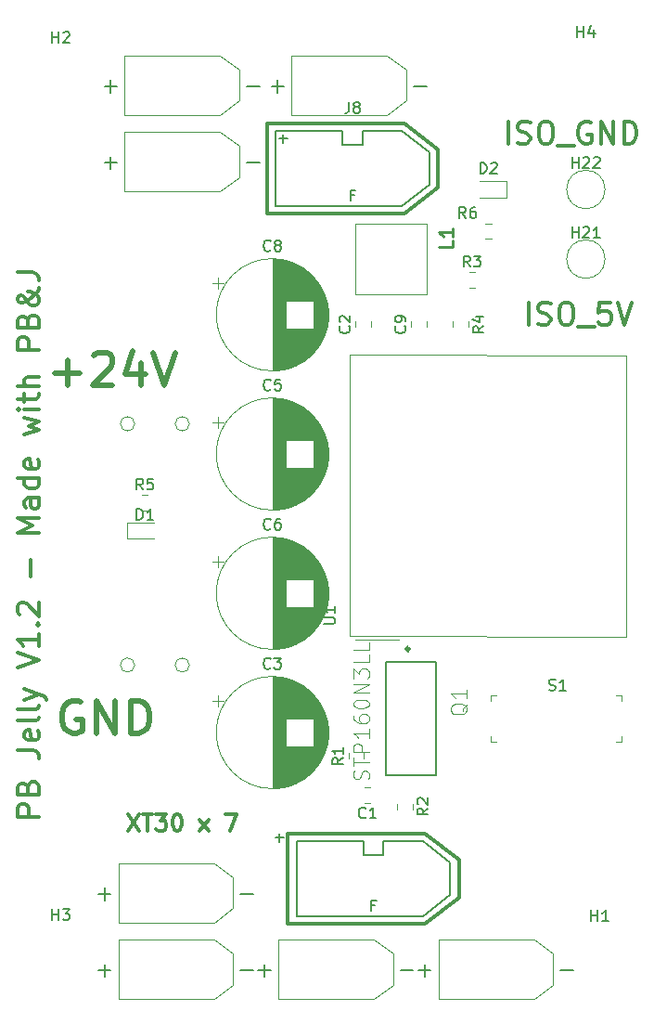
<source format=gbr>
G04 #@! TF.GenerationSoftware,KiCad,Pcbnew,(5.1.0-0)*
G04 #@! TF.CreationDate,2019-04-24T02:20:35-07:00*
G04 #@! TF.ProjectId,power board,706f7765-7220-4626-9f61-72642e6b6963,rev?*
G04 #@! TF.SameCoordinates,Original*
G04 #@! TF.FileFunction,Legend,Top*
G04 #@! TF.FilePolarity,Positive*
%FSLAX46Y46*%
G04 Gerber Fmt 4.6, Leading zero omitted, Abs format (unit mm)*
G04 Created by KiCad (PCBNEW (5.1.0-0)) date 2019-04-24 02:20:35*
%MOMM*%
%LPD*%
G04 APERTURE LIST*
%ADD10C,0.300000*%
%ADD11C,0.500000*%
%ADD12C,0.100000*%
%ADD13C,0.120000*%
%ADD14C,0.127000*%
%ADD15C,0.200000*%
%ADD16C,0.254000*%
%ADD17C,0.050000*%
%ADD18C,0.150000*%
G04 APERTURE END LIST*
D10*
X33135714Y-104588571D02*
X34135714Y-106088571D01*
X34135714Y-104588571D02*
X33135714Y-106088571D01*
X34492857Y-104588571D02*
X35350000Y-104588571D01*
X34921428Y-106088571D02*
X34921428Y-104588571D01*
X35707142Y-104588571D02*
X36635714Y-104588571D01*
X36135714Y-105160000D01*
X36350000Y-105160000D01*
X36492857Y-105231428D01*
X36564285Y-105302857D01*
X36635714Y-105445714D01*
X36635714Y-105802857D01*
X36564285Y-105945714D01*
X36492857Y-106017142D01*
X36350000Y-106088571D01*
X35921428Y-106088571D01*
X35778571Y-106017142D01*
X35707142Y-105945714D01*
X37564285Y-104588571D02*
X37707142Y-104588571D01*
X37850000Y-104660000D01*
X37921428Y-104731428D01*
X37992857Y-104874285D01*
X38064285Y-105160000D01*
X38064285Y-105517142D01*
X37992857Y-105802857D01*
X37921428Y-105945714D01*
X37850000Y-106017142D01*
X37707142Y-106088571D01*
X37564285Y-106088571D01*
X37421428Y-106017142D01*
X37350000Y-105945714D01*
X37278571Y-105802857D01*
X37207142Y-105517142D01*
X37207142Y-105160000D01*
X37278571Y-104874285D01*
X37350000Y-104731428D01*
X37421428Y-104660000D01*
X37564285Y-104588571D01*
X39707142Y-106088571D02*
X40492857Y-105088571D01*
X39707142Y-105088571D02*
X40492857Y-106088571D01*
X42064285Y-104588571D02*
X43064285Y-104588571D01*
X42421428Y-106088571D01*
X69723571Y-59959761D02*
X69723571Y-57959761D01*
X70580714Y-59864523D02*
X70866428Y-59959761D01*
X71342619Y-59959761D01*
X71533095Y-59864523D01*
X71628333Y-59769285D01*
X71723571Y-59578809D01*
X71723571Y-59388333D01*
X71628333Y-59197857D01*
X71533095Y-59102619D01*
X71342619Y-59007380D01*
X70961666Y-58912142D01*
X70771190Y-58816904D01*
X70675952Y-58721666D01*
X70580714Y-58531190D01*
X70580714Y-58340714D01*
X70675952Y-58150238D01*
X70771190Y-58055000D01*
X70961666Y-57959761D01*
X71437857Y-57959761D01*
X71723571Y-58055000D01*
X72961666Y-57959761D02*
X73342619Y-57959761D01*
X73533095Y-58055000D01*
X73723571Y-58245476D01*
X73818809Y-58626428D01*
X73818809Y-59293095D01*
X73723571Y-59674047D01*
X73533095Y-59864523D01*
X73342619Y-59959761D01*
X72961666Y-59959761D01*
X72771190Y-59864523D01*
X72580714Y-59674047D01*
X72485476Y-59293095D01*
X72485476Y-58626428D01*
X72580714Y-58245476D01*
X72771190Y-58055000D01*
X72961666Y-57959761D01*
X74199761Y-60150238D02*
X75723571Y-60150238D01*
X77152142Y-57959761D02*
X76199761Y-57959761D01*
X76104523Y-58912142D01*
X76199761Y-58816904D01*
X76390238Y-58721666D01*
X76866428Y-58721666D01*
X77056904Y-58816904D01*
X77152142Y-58912142D01*
X77247380Y-59102619D01*
X77247380Y-59578809D01*
X77152142Y-59769285D01*
X77056904Y-59864523D01*
X76866428Y-59959761D01*
X76390238Y-59959761D01*
X76199761Y-59864523D01*
X76104523Y-59769285D01*
X77818809Y-57959761D02*
X78485476Y-59959761D01*
X79152142Y-57959761D01*
X67850476Y-43449761D02*
X67850476Y-41449761D01*
X68707619Y-43354523D02*
X68993333Y-43449761D01*
X69469523Y-43449761D01*
X69660000Y-43354523D01*
X69755238Y-43259285D01*
X69850476Y-43068809D01*
X69850476Y-42878333D01*
X69755238Y-42687857D01*
X69660000Y-42592619D01*
X69469523Y-42497380D01*
X69088571Y-42402142D01*
X68898095Y-42306904D01*
X68802857Y-42211666D01*
X68707619Y-42021190D01*
X68707619Y-41830714D01*
X68802857Y-41640238D01*
X68898095Y-41545000D01*
X69088571Y-41449761D01*
X69564761Y-41449761D01*
X69850476Y-41545000D01*
X71088571Y-41449761D02*
X71469523Y-41449761D01*
X71660000Y-41545000D01*
X71850476Y-41735476D01*
X71945714Y-42116428D01*
X71945714Y-42783095D01*
X71850476Y-43164047D01*
X71660000Y-43354523D01*
X71469523Y-43449761D01*
X71088571Y-43449761D01*
X70898095Y-43354523D01*
X70707619Y-43164047D01*
X70612380Y-42783095D01*
X70612380Y-42116428D01*
X70707619Y-41735476D01*
X70898095Y-41545000D01*
X71088571Y-41449761D01*
X72326666Y-43640238D02*
X73850476Y-43640238D01*
X75374285Y-41545000D02*
X75183809Y-41449761D01*
X74898095Y-41449761D01*
X74612380Y-41545000D01*
X74421904Y-41735476D01*
X74326666Y-41925952D01*
X74231428Y-42306904D01*
X74231428Y-42592619D01*
X74326666Y-42973571D01*
X74421904Y-43164047D01*
X74612380Y-43354523D01*
X74898095Y-43449761D01*
X75088571Y-43449761D01*
X75374285Y-43354523D01*
X75469523Y-43259285D01*
X75469523Y-42592619D01*
X75088571Y-42592619D01*
X76326666Y-43449761D02*
X76326666Y-41449761D01*
X77469523Y-43449761D01*
X77469523Y-41449761D01*
X78421904Y-43449761D02*
X78421904Y-41449761D01*
X78898095Y-41449761D01*
X79183809Y-41545000D01*
X79374285Y-41735476D01*
X79469523Y-41925952D01*
X79564761Y-42306904D01*
X79564761Y-42592619D01*
X79469523Y-42973571D01*
X79374285Y-43164047D01*
X79183809Y-43354523D01*
X78898095Y-43449761D01*
X78421904Y-43449761D01*
D11*
X28829285Y-94385000D02*
X28543571Y-94242142D01*
X28115000Y-94242142D01*
X27686428Y-94385000D01*
X27400714Y-94670714D01*
X27257857Y-94956428D01*
X27115000Y-95527857D01*
X27115000Y-95956428D01*
X27257857Y-96527857D01*
X27400714Y-96813571D01*
X27686428Y-97099285D01*
X28115000Y-97242142D01*
X28400714Y-97242142D01*
X28829285Y-97099285D01*
X28972142Y-96956428D01*
X28972142Y-95956428D01*
X28400714Y-95956428D01*
X30257857Y-97242142D02*
X30257857Y-94242142D01*
X31972142Y-97242142D01*
X31972142Y-94242142D01*
X33400714Y-97242142D02*
X33400714Y-94242142D01*
X34115000Y-94242142D01*
X34543571Y-94385000D01*
X34829285Y-94670714D01*
X34972142Y-94956428D01*
X35115000Y-95527857D01*
X35115000Y-95956428D01*
X34972142Y-96527857D01*
X34829285Y-96813571D01*
X34543571Y-97099285D01*
X34115000Y-97242142D01*
X33400714Y-97242142D01*
X26464285Y-64349285D02*
X28750000Y-64349285D01*
X27607142Y-65492142D02*
X27607142Y-63206428D01*
X30035714Y-62777857D02*
X30178571Y-62635000D01*
X30464285Y-62492142D01*
X31178571Y-62492142D01*
X31464285Y-62635000D01*
X31607142Y-62777857D01*
X31750000Y-63063571D01*
X31750000Y-63349285D01*
X31607142Y-63777857D01*
X29892857Y-65492142D01*
X31750000Y-65492142D01*
X34321428Y-63492142D02*
X34321428Y-65492142D01*
X33607142Y-62349285D02*
X32892857Y-64492142D01*
X34750000Y-64492142D01*
X35464285Y-62492142D02*
X36464285Y-65492142D01*
X37464285Y-62492142D01*
D10*
X25034761Y-104819523D02*
X23034761Y-104819523D01*
X23034761Y-104057619D01*
X23130000Y-103867142D01*
X23225238Y-103771904D01*
X23415714Y-103676666D01*
X23701428Y-103676666D01*
X23891904Y-103771904D01*
X23987142Y-103867142D01*
X24082380Y-104057619D01*
X24082380Y-104819523D01*
X23987142Y-102152857D02*
X24082380Y-101867142D01*
X24177619Y-101771904D01*
X24368095Y-101676666D01*
X24653809Y-101676666D01*
X24844285Y-101771904D01*
X24939523Y-101867142D01*
X25034761Y-102057619D01*
X25034761Y-102819523D01*
X23034761Y-102819523D01*
X23034761Y-102152857D01*
X23130000Y-101962380D01*
X23225238Y-101867142D01*
X23415714Y-101771904D01*
X23606190Y-101771904D01*
X23796666Y-101867142D01*
X23891904Y-101962380D01*
X23987142Y-102152857D01*
X23987142Y-102819523D01*
X23034761Y-98724285D02*
X24463333Y-98724285D01*
X24749047Y-98819523D01*
X24939523Y-99010000D01*
X25034761Y-99295714D01*
X25034761Y-99486190D01*
X24939523Y-97010000D02*
X25034761Y-97200476D01*
X25034761Y-97581428D01*
X24939523Y-97771904D01*
X24749047Y-97867142D01*
X23987142Y-97867142D01*
X23796666Y-97771904D01*
X23701428Y-97581428D01*
X23701428Y-97200476D01*
X23796666Y-97010000D01*
X23987142Y-96914761D01*
X24177619Y-96914761D01*
X24368095Y-97867142D01*
X25034761Y-95771904D02*
X24939523Y-95962380D01*
X24749047Y-96057619D01*
X23034761Y-96057619D01*
X25034761Y-94724285D02*
X24939523Y-94914761D01*
X24749047Y-95010000D01*
X23034761Y-95010000D01*
X23701428Y-94152857D02*
X25034761Y-93676666D01*
X23701428Y-93200476D02*
X25034761Y-93676666D01*
X25510952Y-93867142D01*
X25606190Y-93962380D01*
X25701428Y-94152857D01*
X23034761Y-91200476D02*
X25034761Y-90533809D01*
X23034761Y-89867142D01*
X25034761Y-88152857D02*
X25034761Y-89295714D01*
X25034761Y-88724285D02*
X23034761Y-88724285D01*
X23320476Y-88914761D01*
X23510952Y-89105238D01*
X23606190Y-89295714D01*
X24844285Y-87295714D02*
X24939523Y-87200476D01*
X25034761Y-87295714D01*
X24939523Y-87390952D01*
X24844285Y-87295714D01*
X25034761Y-87295714D01*
X23225238Y-86438571D02*
X23130000Y-86343333D01*
X23034761Y-86152857D01*
X23034761Y-85676666D01*
X23130000Y-85486190D01*
X23225238Y-85390952D01*
X23415714Y-85295714D01*
X23606190Y-85295714D01*
X23891904Y-85390952D01*
X25034761Y-86533809D01*
X25034761Y-85295714D01*
X24272857Y-82914761D02*
X24272857Y-81390952D01*
X25034761Y-78914761D02*
X23034761Y-78914761D01*
X24463333Y-78248095D01*
X23034761Y-77581428D01*
X25034761Y-77581428D01*
X25034761Y-75771904D02*
X23987142Y-75771904D01*
X23796666Y-75867142D01*
X23701428Y-76057619D01*
X23701428Y-76438571D01*
X23796666Y-76629047D01*
X24939523Y-75771904D02*
X25034761Y-75962380D01*
X25034761Y-76438571D01*
X24939523Y-76629047D01*
X24749047Y-76724285D01*
X24558571Y-76724285D01*
X24368095Y-76629047D01*
X24272857Y-76438571D01*
X24272857Y-75962380D01*
X24177619Y-75771904D01*
X25034761Y-73962380D02*
X23034761Y-73962380D01*
X24939523Y-73962380D02*
X25034761Y-74152857D01*
X25034761Y-74533809D01*
X24939523Y-74724285D01*
X24844285Y-74819523D01*
X24653809Y-74914761D01*
X24082380Y-74914761D01*
X23891904Y-74819523D01*
X23796666Y-74724285D01*
X23701428Y-74533809D01*
X23701428Y-74152857D01*
X23796666Y-73962380D01*
X24939523Y-72248095D02*
X25034761Y-72438571D01*
X25034761Y-72819523D01*
X24939523Y-73010000D01*
X24749047Y-73105238D01*
X23987142Y-73105238D01*
X23796666Y-73010000D01*
X23701428Y-72819523D01*
X23701428Y-72438571D01*
X23796666Y-72248095D01*
X23987142Y-72152857D01*
X24177619Y-72152857D01*
X24368095Y-73105238D01*
X23701428Y-69962380D02*
X25034761Y-69581428D01*
X24082380Y-69200476D01*
X25034761Y-68819523D01*
X23701428Y-68438571D01*
X25034761Y-67676666D02*
X23701428Y-67676666D01*
X23034761Y-67676666D02*
X23130000Y-67771904D01*
X23225238Y-67676666D01*
X23130000Y-67581428D01*
X23034761Y-67676666D01*
X23225238Y-67676666D01*
X23701428Y-67010000D02*
X23701428Y-66248095D01*
X23034761Y-66724285D02*
X24749047Y-66724285D01*
X24939523Y-66629047D01*
X25034761Y-66438571D01*
X25034761Y-66248095D01*
X25034761Y-65581428D02*
X23034761Y-65581428D01*
X25034761Y-64724285D02*
X23987142Y-64724285D01*
X23796666Y-64819523D01*
X23701428Y-65010000D01*
X23701428Y-65295714D01*
X23796666Y-65486190D01*
X23891904Y-65581428D01*
X25034761Y-62248095D02*
X23034761Y-62248095D01*
X23034761Y-61486190D01*
X23130000Y-61295714D01*
X23225238Y-61200476D01*
X23415714Y-61105238D01*
X23701428Y-61105238D01*
X23891904Y-61200476D01*
X23987142Y-61295714D01*
X24082380Y-61486190D01*
X24082380Y-62248095D01*
X23987142Y-59581428D02*
X24082380Y-59295714D01*
X24177619Y-59200476D01*
X24368095Y-59105238D01*
X24653809Y-59105238D01*
X24844285Y-59200476D01*
X24939523Y-59295714D01*
X25034761Y-59486190D01*
X25034761Y-60248095D01*
X23034761Y-60248095D01*
X23034761Y-59581428D01*
X23130000Y-59390952D01*
X23225238Y-59295714D01*
X23415714Y-59200476D01*
X23606190Y-59200476D01*
X23796666Y-59295714D01*
X23891904Y-59390952D01*
X23987142Y-59581428D01*
X23987142Y-60248095D01*
X25034761Y-56629047D02*
X25034761Y-56724285D01*
X24939523Y-56914761D01*
X24653809Y-57200476D01*
X24082380Y-57676666D01*
X23796666Y-57867142D01*
X23510952Y-57962380D01*
X23320476Y-57962380D01*
X23130000Y-57867142D01*
X23034761Y-57676666D01*
X23034761Y-57581428D01*
X23130000Y-57390952D01*
X23320476Y-57295714D01*
X23415714Y-57295714D01*
X23606190Y-57390952D01*
X23701428Y-57486190D01*
X24082380Y-58057619D01*
X24177619Y-58152857D01*
X24368095Y-58248095D01*
X24653809Y-58248095D01*
X24844285Y-58152857D01*
X24939523Y-58057619D01*
X25034761Y-57867142D01*
X25034761Y-57581428D01*
X24939523Y-57390952D01*
X24844285Y-57295714D01*
X24463333Y-57010000D01*
X24177619Y-56914761D01*
X23987142Y-56914761D01*
X23034761Y-55200476D02*
X24463333Y-55200476D01*
X24749047Y-55295714D01*
X24939523Y-55486190D01*
X25034761Y-55771904D01*
X25034761Y-55962380D01*
D12*
X60430000Y-57155000D02*
X53870000Y-57155000D01*
X60430000Y-50795000D02*
X60430000Y-57155000D01*
X53870000Y-50795000D02*
X60430000Y-50795000D01*
X53870000Y-57155000D02*
X53870000Y-50795000D01*
D13*
X33750000Y-69000000D02*
G75*
G03X33750000Y-69000000I-650000J0D01*
G01*
X38750000Y-69000000D02*
G75*
G03X38750000Y-69000000I-650000J0D01*
G01*
D10*
X58830000Y-89535000D02*
G75*
G03X58830000Y-89535000I-150000J0D01*
G01*
D14*
X56680000Y-101085000D02*
X56680000Y-90685000D01*
X61280000Y-101085000D02*
X56680000Y-101085000D01*
X61280000Y-90685000D02*
X61280000Y-101085000D01*
X56680000Y-90685000D02*
X61280000Y-90685000D01*
D12*
X78150000Y-93785000D02*
X77650000Y-93785000D01*
X78150000Y-93785000D02*
X78150000Y-94285000D01*
X66250000Y-93785000D02*
X66250000Y-94285000D01*
X66250000Y-93785000D02*
X66750000Y-93785000D01*
X66250000Y-97985000D02*
X66250000Y-97485000D01*
X66250000Y-97985000D02*
X66750000Y-97985000D01*
X78150000Y-97985000D02*
X78150000Y-97485000D01*
X78150000Y-97985000D02*
X77650000Y-97985000D01*
D13*
X65778748Y-52145000D02*
X66301252Y-52145000D01*
X65778748Y-50725000D02*
X66301252Y-50725000D01*
D10*
X45840000Y-41595000D02*
X58340000Y-41595000D01*
X45840000Y-49845000D02*
X58340000Y-49845000D01*
X45840000Y-41595000D02*
X45840000Y-49845000D01*
X58340000Y-41595000D02*
X61440000Y-43970000D01*
X61440000Y-43970000D02*
X61440000Y-47470000D01*
X58340000Y-49845000D02*
X61440000Y-47470000D01*
D15*
X46640000Y-42320000D02*
X46640000Y-49120000D01*
X46640000Y-49120000D02*
X58140000Y-49120000D01*
X58140000Y-49120000D02*
X60640000Y-47220000D01*
X58140000Y-42320000D02*
X60640000Y-44220000D01*
X60640000Y-44220000D02*
X60640000Y-47220000D01*
X52740000Y-42320000D02*
X52740000Y-43570000D01*
X52740000Y-43570000D02*
X54540000Y-43570000D01*
X54540000Y-43570000D02*
X54540000Y-42320000D01*
X54540000Y-42320000D02*
X58140000Y-42320000D01*
X46640000Y-42320000D02*
X52740000Y-42320000D01*
D13*
X67700000Y-46890000D02*
X65240000Y-46890000D01*
X67700000Y-48360000D02*
X67700000Y-46890000D01*
X65240000Y-48360000D02*
X67700000Y-48360000D01*
X53880000Y-88725000D02*
X57880000Y-88725000D01*
X53387000Y-88319600D02*
X53387000Y-62719600D01*
X53387000Y-62719600D02*
X78595200Y-62795800D01*
X78595200Y-62795800D02*
X78595200Y-88395800D01*
X78595200Y-88395800D02*
X53387000Y-88319600D01*
X76680000Y-47625000D02*
G75*
G03X76680000Y-47625000I-1750000J0D01*
G01*
X76680000Y-53975000D02*
G75*
G03X76680000Y-53975000I-1750000J0D01*
G01*
X62790000Y-59673748D02*
X62790000Y-60196252D01*
X64210000Y-59673748D02*
X64210000Y-60196252D01*
X64263748Y-56590000D02*
X64786252Y-56590000D01*
X64263748Y-55170000D02*
X64786252Y-55170000D01*
X33025000Y-79475000D02*
X35485000Y-79475000D01*
X33025000Y-78005000D02*
X33025000Y-79475000D01*
X35485000Y-78005000D02*
X33025000Y-78005000D01*
X34418748Y-76910000D02*
X34941252Y-76910000D01*
X34418748Y-75490000D02*
X34941252Y-75490000D01*
X33750000Y-91000000D02*
G75*
G03X33750000Y-91000000I-650000J0D01*
G01*
X38750000Y-91000000D02*
G75*
G03X38750000Y-91000000I-650000J0D01*
G01*
X60400000Y-60196252D02*
X60400000Y-59673748D01*
X58980000Y-60196252D02*
X58980000Y-59673748D01*
X57710000Y-103633748D02*
X57710000Y-104156252D01*
X59130000Y-103633748D02*
X59130000Y-104156252D01*
X54685000Y-99566252D02*
X54685000Y-99043748D01*
X53265000Y-99566252D02*
X53265000Y-99043748D01*
D10*
X47745000Y-106365000D02*
X60245000Y-106365000D01*
X47745000Y-114615000D02*
X60245000Y-114615000D01*
X47745000Y-106365000D02*
X47745000Y-114615000D01*
X60245000Y-106365000D02*
X63345000Y-108740000D01*
X63345000Y-108740000D02*
X63345000Y-112240000D01*
X60245000Y-114615000D02*
X63345000Y-112240000D01*
D15*
X48545000Y-107090000D02*
X48545000Y-113890000D01*
X48545000Y-113890000D02*
X60045000Y-113890000D01*
X60045000Y-113890000D02*
X62545000Y-111990000D01*
X60045000Y-107090000D02*
X62545000Y-108990000D01*
X62545000Y-108990000D02*
X62545000Y-111990000D01*
X54645000Y-107090000D02*
X54645000Y-108340000D01*
X54645000Y-108340000D02*
X56445000Y-108340000D01*
X56445000Y-108340000D02*
X56445000Y-107090000D01*
X56445000Y-107090000D02*
X60045000Y-107090000D01*
X48545000Y-107090000D02*
X54645000Y-107090000D01*
D13*
X43270000Y-46495000D02*
X43270000Y-43675000D01*
X43270000Y-43675000D02*
X41570000Y-42375000D01*
X43270000Y-46495000D02*
X41570000Y-47795000D01*
X41570000Y-42375000D02*
X32850000Y-42375000D01*
X32850000Y-47795000D02*
X32850000Y-42375000D01*
X41570000Y-47795000D02*
X32850000Y-47795000D01*
X42715000Y-113170000D02*
X42715000Y-110350000D01*
X42715000Y-110350000D02*
X41015000Y-109050000D01*
X42715000Y-113170000D02*
X41015000Y-114470000D01*
X41015000Y-109050000D02*
X32295000Y-109050000D01*
X32295000Y-114470000D02*
X32295000Y-109050000D01*
X41015000Y-114470000D02*
X32295000Y-114470000D01*
X57320000Y-120155000D02*
X57320000Y-117335000D01*
X57320000Y-117335000D02*
X55620000Y-116035000D01*
X57320000Y-120155000D02*
X55620000Y-121455000D01*
X55620000Y-116035000D02*
X46900000Y-116035000D01*
X46900000Y-121455000D02*
X46900000Y-116035000D01*
X55620000Y-121455000D02*
X46900000Y-121455000D01*
X43270000Y-39510000D02*
X43270000Y-36690000D01*
X43270000Y-36690000D02*
X41570000Y-35390000D01*
X43270000Y-39510000D02*
X41570000Y-40810000D01*
X41570000Y-35390000D02*
X32850000Y-35390000D01*
X32850000Y-40810000D02*
X32850000Y-35390000D01*
X41570000Y-40810000D02*
X32850000Y-40810000D01*
X71925000Y-120155000D02*
X71925000Y-117335000D01*
X71925000Y-117335000D02*
X70225000Y-116035000D01*
X71925000Y-120155000D02*
X70225000Y-121455000D01*
X70225000Y-116035000D02*
X61505000Y-116035000D01*
X61505000Y-121455000D02*
X61505000Y-116035000D01*
X70225000Y-121455000D02*
X61505000Y-121455000D01*
X42715000Y-120155000D02*
X42715000Y-117335000D01*
X42715000Y-117335000D02*
X41015000Y-116035000D01*
X42715000Y-120155000D02*
X41015000Y-121455000D01*
X41015000Y-116035000D02*
X32295000Y-116035000D01*
X32295000Y-121455000D02*
X32295000Y-116035000D01*
X41015000Y-121455000D02*
X32295000Y-121455000D01*
X58510000Y-39510000D02*
X58510000Y-36690000D01*
X58510000Y-36690000D02*
X56810000Y-35390000D01*
X58510000Y-39510000D02*
X56810000Y-40810000D01*
X56810000Y-35390000D02*
X48090000Y-35390000D01*
X48090000Y-40810000D02*
X48090000Y-35390000D01*
X56810000Y-40810000D02*
X48090000Y-40810000D01*
X41335354Y-55680000D02*
X41335354Y-56680000D01*
X40835354Y-56180000D02*
X41835354Y-56180000D01*
X51396000Y-58456000D02*
X51396000Y-59654000D01*
X51356000Y-58193000D02*
X51356000Y-59917000D01*
X51316000Y-57993000D02*
X51316000Y-60117000D01*
X51276000Y-57825000D02*
X51276000Y-60285000D01*
X51236000Y-57677000D02*
X51236000Y-60433000D01*
X51196000Y-57545000D02*
X51196000Y-60565000D01*
X51156000Y-57425000D02*
X51156000Y-60685000D01*
X51116000Y-57313000D02*
X51116000Y-60797000D01*
X51076000Y-57209000D02*
X51076000Y-60901000D01*
X51036000Y-57111000D02*
X51036000Y-60999000D01*
X50996000Y-57018000D02*
X50996000Y-61092000D01*
X50956000Y-56930000D02*
X50956000Y-61180000D01*
X50916000Y-56846000D02*
X50916000Y-61264000D01*
X50876000Y-56766000D02*
X50876000Y-61344000D01*
X50836000Y-56690000D02*
X50836000Y-61420000D01*
X50796000Y-56616000D02*
X50796000Y-61494000D01*
X50756000Y-56545000D02*
X50756000Y-61565000D01*
X50716000Y-56476000D02*
X50716000Y-61634000D01*
X50676000Y-56410000D02*
X50676000Y-61700000D01*
X50636000Y-56346000D02*
X50636000Y-61764000D01*
X50596000Y-56285000D02*
X50596000Y-61825000D01*
X50556000Y-56225000D02*
X50556000Y-61885000D01*
X50516000Y-56166000D02*
X50516000Y-61944000D01*
X50476000Y-56110000D02*
X50476000Y-62000000D01*
X50436000Y-56055000D02*
X50436000Y-62055000D01*
X50396000Y-56001000D02*
X50396000Y-62109000D01*
X50356000Y-55949000D02*
X50356000Y-62161000D01*
X50316000Y-55899000D02*
X50316000Y-62211000D01*
X50276000Y-55849000D02*
X50276000Y-62261000D01*
X50236000Y-55801000D02*
X50236000Y-62309000D01*
X50196000Y-55754000D02*
X50196000Y-62356000D01*
X50156000Y-55708000D02*
X50156000Y-62402000D01*
X50116000Y-55663000D02*
X50116000Y-62447000D01*
X50076000Y-55619000D02*
X50076000Y-62491000D01*
X50036000Y-60296000D02*
X50036000Y-62533000D01*
X50036000Y-55577000D02*
X50036000Y-57814000D01*
X49996000Y-60296000D02*
X49996000Y-62575000D01*
X49996000Y-55535000D02*
X49996000Y-57814000D01*
X49956000Y-60296000D02*
X49956000Y-62616000D01*
X49956000Y-55494000D02*
X49956000Y-57814000D01*
X49916000Y-60296000D02*
X49916000Y-62656000D01*
X49916000Y-55454000D02*
X49916000Y-57814000D01*
X49876000Y-60296000D02*
X49876000Y-62695000D01*
X49876000Y-55415000D02*
X49876000Y-57814000D01*
X49836000Y-60296000D02*
X49836000Y-62734000D01*
X49836000Y-55376000D02*
X49836000Y-57814000D01*
X49796000Y-60296000D02*
X49796000Y-62771000D01*
X49796000Y-55339000D02*
X49796000Y-57814000D01*
X49756000Y-60296000D02*
X49756000Y-62808000D01*
X49756000Y-55302000D02*
X49756000Y-57814000D01*
X49716000Y-60296000D02*
X49716000Y-62844000D01*
X49716000Y-55266000D02*
X49716000Y-57814000D01*
X49676000Y-60296000D02*
X49676000Y-62879000D01*
X49676000Y-55231000D02*
X49676000Y-57814000D01*
X49636000Y-60296000D02*
X49636000Y-62913000D01*
X49636000Y-55197000D02*
X49636000Y-57814000D01*
X49596000Y-60296000D02*
X49596000Y-62947000D01*
X49596000Y-55163000D02*
X49596000Y-57814000D01*
X49556000Y-60296000D02*
X49556000Y-62980000D01*
X49556000Y-55130000D02*
X49556000Y-57814000D01*
X49516000Y-60296000D02*
X49516000Y-63012000D01*
X49516000Y-55098000D02*
X49516000Y-57814000D01*
X49476000Y-60296000D02*
X49476000Y-63044000D01*
X49476000Y-55066000D02*
X49476000Y-57814000D01*
X49436000Y-60296000D02*
X49436000Y-63075000D01*
X49436000Y-55035000D02*
X49436000Y-57814000D01*
X49396000Y-60296000D02*
X49396000Y-63105000D01*
X49396000Y-55005000D02*
X49396000Y-57814000D01*
X49356000Y-60296000D02*
X49356000Y-63135000D01*
X49356000Y-54975000D02*
X49356000Y-57814000D01*
X49316000Y-60296000D02*
X49316000Y-63165000D01*
X49316000Y-54945000D02*
X49316000Y-57814000D01*
X49276000Y-60296000D02*
X49276000Y-63193000D01*
X49276000Y-54917000D02*
X49276000Y-57814000D01*
X49236000Y-60296000D02*
X49236000Y-63221000D01*
X49236000Y-54889000D02*
X49236000Y-57814000D01*
X49196000Y-60296000D02*
X49196000Y-63249000D01*
X49196000Y-54861000D02*
X49196000Y-57814000D01*
X49156000Y-60296000D02*
X49156000Y-63276000D01*
X49156000Y-54834000D02*
X49156000Y-57814000D01*
X49116000Y-60296000D02*
X49116000Y-63302000D01*
X49116000Y-54808000D02*
X49116000Y-57814000D01*
X49076000Y-60296000D02*
X49076000Y-63328000D01*
X49076000Y-54782000D02*
X49076000Y-57814000D01*
X49036000Y-60296000D02*
X49036000Y-63353000D01*
X49036000Y-54757000D02*
X49036000Y-57814000D01*
X48996000Y-60296000D02*
X48996000Y-63378000D01*
X48996000Y-54732000D02*
X48996000Y-57814000D01*
X48956000Y-60296000D02*
X48956000Y-63402000D01*
X48956000Y-54708000D02*
X48956000Y-57814000D01*
X48916000Y-60296000D02*
X48916000Y-63426000D01*
X48916000Y-54684000D02*
X48916000Y-57814000D01*
X48876000Y-60296000D02*
X48876000Y-63450000D01*
X48876000Y-54660000D02*
X48876000Y-57814000D01*
X48836000Y-60296000D02*
X48836000Y-63472000D01*
X48836000Y-54638000D02*
X48836000Y-57814000D01*
X48796000Y-60296000D02*
X48796000Y-63495000D01*
X48796000Y-54615000D02*
X48796000Y-57814000D01*
X48756000Y-60296000D02*
X48756000Y-63517000D01*
X48756000Y-54593000D02*
X48756000Y-57814000D01*
X48716000Y-60296000D02*
X48716000Y-63538000D01*
X48716000Y-54572000D02*
X48716000Y-57814000D01*
X48676000Y-60296000D02*
X48676000Y-63559000D01*
X48676000Y-54551000D02*
X48676000Y-57814000D01*
X48636000Y-60296000D02*
X48636000Y-63580000D01*
X48636000Y-54530000D02*
X48636000Y-57814000D01*
X48596000Y-60296000D02*
X48596000Y-63600000D01*
X48596000Y-54510000D02*
X48596000Y-57814000D01*
X48556000Y-60296000D02*
X48556000Y-63619000D01*
X48556000Y-54491000D02*
X48556000Y-57814000D01*
X48516000Y-60296000D02*
X48516000Y-63639000D01*
X48516000Y-54471000D02*
X48516000Y-57814000D01*
X48476000Y-60296000D02*
X48476000Y-63658000D01*
X48476000Y-54452000D02*
X48476000Y-57814000D01*
X48436000Y-60296000D02*
X48436000Y-63676000D01*
X48436000Y-54434000D02*
X48436000Y-57814000D01*
X48396000Y-60296000D02*
X48396000Y-63694000D01*
X48396000Y-54416000D02*
X48396000Y-57814000D01*
X48356000Y-60296000D02*
X48356000Y-63712000D01*
X48356000Y-54398000D02*
X48356000Y-57814000D01*
X48316000Y-60296000D02*
X48316000Y-63729000D01*
X48316000Y-54381000D02*
X48316000Y-57814000D01*
X48276000Y-60296000D02*
X48276000Y-63745000D01*
X48276000Y-54365000D02*
X48276000Y-57814000D01*
X48236000Y-60296000D02*
X48236000Y-63762000D01*
X48236000Y-54348000D02*
X48236000Y-57814000D01*
X48196000Y-60296000D02*
X48196000Y-63778000D01*
X48196000Y-54332000D02*
X48196000Y-57814000D01*
X48156000Y-60296000D02*
X48156000Y-63793000D01*
X48156000Y-54317000D02*
X48156000Y-57814000D01*
X48116000Y-60296000D02*
X48116000Y-63809000D01*
X48116000Y-54301000D02*
X48116000Y-57814000D01*
X48076000Y-60296000D02*
X48076000Y-63823000D01*
X48076000Y-54287000D02*
X48076000Y-57814000D01*
X48036000Y-60296000D02*
X48036000Y-63838000D01*
X48036000Y-54272000D02*
X48036000Y-57814000D01*
X47996000Y-60296000D02*
X47996000Y-63852000D01*
X47996000Y-54258000D02*
X47996000Y-57814000D01*
X47956000Y-60296000D02*
X47956000Y-63866000D01*
X47956000Y-54244000D02*
X47956000Y-57814000D01*
X47916000Y-60296000D02*
X47916000Y-63879000D01*
X47916000Y-54231000D02*
X47916000Y-57814000D01*
X47876000Y-60296000D02*
X47876000Y-63892000D01*
X47876000Y-54218000D02*
X47876000Y-57814000D01*
X47836000Y-60296000D02*
X47836000Y-63905000D01*
X47836000Y-54205000D02*
X47836000Y-57814000D01*
X47796000Y-60296000D02*
X47796000Y-63917000D01*
X47796000Y-54193000D02*
X47796000Y-57814000D01*
X47756000Y-60296000D02*
X47756000Y-63929000D01*
X47756000Y-54181000D02*
X47756000Y-57814000D01*
X47716000Y-60296000D02*
X47716000Y-63940000D01*
X47716000Y-54170000D02*
X47716000Y-57814000D01*
X47676000Y-60296000D02*
X47676000Y-63952000D01*
X47676000Y-54158000D02*
X47676000Y-57814000D01*
X47636000Y-60296000D02*
X47636000Y-63962000D01*
X47636000Y-54148000D02*
X47636000Y-57814000D01*
X47596000Y-60296000D02*
X47596000Y-63973000D01*
X47596000Y-54137000D02*
X47596000Y-57814000D01*
X47556000Y-54127000D02*
X47556000Y-63983000D01*
X47516000Y-54117000D02*
X47516000Y-63993000D01*
X47476000Y-54108000D02*
X47476000Y-64002000D01*
X47436000Y-54099000D02*
X47436000Y-64011000D01*
X47396000Y-54090000D02*
X47396000Y-64020000D01*
X47356000Y-54081000D02*
X47356000Y-64029000D01*
X47316000Y-54073000D02*
X47316000Y-64037000D01*
X47276000Y-54065000D02*
X47276000Y-64045000D01*
X47236000Y-54058000D02*
X47236000Y-64052000D01*
X47196000Y-54051000D02*
X47196000Y-64059000D01*
X47156000Y-54044000D02*
X47156000Y-64066000D01*
X47116000Y-54037000D02*
X47116000Y-64073000D01*
X47076000Y-54031000D02*
X47076000Y-64079000D01*
X47036000Y-54025000D02*
X47036000Y-64085000D01*
X46995000Y-54020000D02*
X46995000Y-64090000D01*
X46955000Y-54015000D02*
X46955000Y-64095000D01*
X46915000Y-54010000D02*
X46915000Y-64100000D01*
X46875000Y-54005000D02*
X46875000Y-64105000D01*
X46835000Y-54001000D02*
X46835000Y-64109000D01*
X46795000Y-53997000D02*
X46795000Y-64113000D01*
X46755000Y-53993000D02*
X46755000Y-64117000D01*
X46715000Y-53990000D02*
X46715000Y-64120000D01*
X46675000Y-53987000D02*
X46675000Y-64123000D01*
X46635000Y-53985000D02*
X46635000Y-64125000D01*
X46595000Y-53982000D02*
X46595000Y-64128000D01*
X46555000Y-53980000D02*
X46555000Y-64130000D01*
X46515000Y-53978000D02*
X46515000Y-64132000D01*
X46475000Y-53977000D02*
X46475000Y-64133000D01*
X46435000Y-53976000D02*
X46435000Y-64134000D01*
X46395000Y-53975000D02*
X46395000Y-64135000D01*
X46355000Y-53975000D02*
X46355000Y-64135000D01*
X46315000Y-53975000D02*
X46315000Y-64135000D01*
X51435000Y-59055000D02*
G75*
G03X51435000Y-59055000I-5120000J0D01*
G01*
X41335354Y-81080000D02*
X41335354Y-82080000D01*
X40835354Y-81580000D02*
X41835354Y-81580000D01*
X51396000Y-83856000D02*
X51396000Y-85054000D01*
X51356000Y-83593000D02*
X51356000Y-85317000D01*
X51316000Y-83393000D02*
X51316000Y-85517000D01*
X51276000Y-83225000D02*
X51276000Y-85685000D01*
X51236000Y-83077000D02*
X51236000Y-85833000D01*
X51196000Y-82945000D02*
X51196000Y-85965000D01*
X51156000Y-82825000D02*
X51156000Y-86085000D01*
X51116000Y-82713000D02*
X51116000Y-86197000D01*
X51076000Y-82609000D02*
X51076000Y-86301000D01*
X51036000Y-82511000D02*
X51036000Y-86399000D01*
X50996000Y-82418000D02*
X50996000Y-86492000D01*
X50956000Y-82330000D02*
X50956000Y-86580000D01*
X50916000Y-82246000D02*
X50916000Y-86664000D01*
X50876000Y-82166000D02*
X50876000Y-86744000D01*
X50836000Y-82090000D02*
X50836000Y-86820000D01*
X50796000Y-82016000D02*
X50796000Y-86894000D01*
X50756000Y-81945000D02*
X50756000Y-86965000D01*
X50716000Y-81876000D02*
X50716000Y-87034000D01*
X50676000Y-81810000D02*
X50676000Y-87100000D01*
X50636000Y-81746000D02*
X50636000Y-87164000D01*
X50596000Y-81685000D02*
X50596000Y-87225000D01*
X50556000Y-81625000D02*
X50556000Y-87285000D01*
X50516000Y-81566000D02*
X50516000Y-87344000D01*
X50476000Y-81510000D02*
X50476000Y-87400000D01*
X50436000Y-81455000D02*
X50436000Y-87455000D01*
X50396000Y-81401000D02*
X50396000Y-87509000D01*
X50356000Y-81349000D02*
X50356000Y-87561000D01*
X50316000Y-81299000D02*
X50316000Y-87611000D01*
X50276000Y-81249000D02*
X50276000Y-87661000D01*
X50236000Y-81201000D02*
X50236000Y-87709000D01*
X50196000Y-81154000D02*
X50196000Y-87756000D01*
X50156000Y-81108000D02*
X50156000Y-87802000D01*
X50116000Y-81063000D02*
X50116000Y-87847000D01*
X50076000Y-81019000D02*
X50076000Y-87891000D01*
X50036000Y-85696000D02*
X50036000Y-87933000D01*
X50036000Y-80977000D02*
X50036000Y-83214000D01*
X49996000Y-85696000D02*
X49996000Y-87975000D01*
X49996000Y-80935000D02*
X49996000Y-83214000D01*
X49956000Y-85696000D02*
X49956000Y-88016000D01*
X49956000Y-80894000D02*
X49956000Y-83214000D01*
X49916000Y-85696000D02*
X49916000Y-88056000D01*
X49916000Y-80854000D02*
X49916000Y-83214000D01*
X49876000Y-85696000D02*
X49876000Y-88095000D01*
X49876000Y-80815000D02*
X49876000Y-83214000D01*
X49836000Y-85696000D02*
X49836000Y-88134000D01*
X49836000Y-80776000D02*
X49836000Y-83214000D01*
X49796000Y-85696000D02*
X49796000Y-88171000D01*
X49796000Y-80739000D02*
X49796000Y-83214000D01*
X49756000Y-85696000D02*
X49756000Y-88208000D01*
X49756000Y-80702000D02*
X49756000Y-83214000D01*
X49716000Y-85696000D02*
X49716000Y-88244000D01*
X49716000Y-80666000D02*
X49716000Y-83214000D01*
X49676000Y-85696000D02*
X49676000Y-88279000D01*
X49676000Y-80631000D02*
X49676000Y-83214000D01*
X49636000Y-85696000D02*
X49636000Y-88313000D01*
X49636000Y-80597000D02*
X49636000Y-83214000D01*
X49596000Y-85696000D02*
X49596000Y-88347000D01*
X49596000Y-80563000D02*
X49596000Y-83214000D01*
X49556000Y-85696000D02*
X49556000Y-88380000D01*
X49556000Y-80530000D02*
X49556000Y-83214000D01*
X49516000Y-85696000D02*
X49516000Y-88412000D01*
X49516000Y-80498000D02*
X49516000Y-83214000D01*
X49476000Y-85696000D02*
X49476000Y-88444000D01*
X49476000Y-80466000D02*
X49476000Y-83214000D01*
X49436000Y-85696000D02*
X49436000Y-88475000D01*
X49436000Y-80435000D02*
X49436000Y-83214000D01*
X49396000Y-85696000D02*
X49396000Y-88505000D01*
X49396000Y-80405000D02*
X49396000Y-83214000D01*
X49356000Y-85696000D02*
X49356000Y-88535000D01*
X49356000Y-80375000D02*
X49356000Y-83214000D01*
X49316000Y-85696000D02*
X49316000Y-88565000D01*
X49316000Y-80345000D02*
X49316000Y-83214000D01*
X49276000Y-85696000D02*
X49276000Y-88593000D01*
X49276000Y-80317000D02*
X49276000Y-83214000D01*
X49236000Y-85696000D02*
X49236000Y-88621000D01*
X49236000Y-80289000D02*
X49236000Y-83214000D01*
X49196000Y-85696000D02*
X49196000Y-88649000D01*
X49196000Y-80261000D02*
X49196000Y-83214000D01*
X49156000Y-85696000D02*
X49156000Y-88676000D01*
X49156000Y-80234000D02*
X49156000Y-83214000D01*
X49116000Y-85696000D02*
X49116000Y-88702000D01*
X49116000Y-80208000D02*
X49116000Y-83214000D01*
X49076000Y-85696000D02*
X49076000Y-88728000D01*
X49076000Y-80182000D02*
X49076000Y-83214000D01*
X49036000Y-85696000D02*
X49036000Y-88753000D01*
X49036000Y-80157000D02*
X49036000Y-83214000D01*
X48996000Y-85696000D02*
X48996000Y-88778000D01*
X48996000Y-80132000D02*
X48996000Y-83214000D01*
X48956000Y-85696000D02*
X48956000Y-88802000D01*
X48956000Y-80108000D02*
X48956000Y-83214000D01*
X48916000Y-85696000D02*
X48916000Y-88826000D01*
X48916000Y-80084000D02*
X48916000Y-83214000D01*
X48876000Y-85696000D02*
X48876000Y-88850000D01*
X48876000Y-80060000D02*
X48876000Y-83214000D01*
X48836000Y-85696000D02*
X48836000Y-88872000D01*
X48836000Y-80038000D02*
X48836000Y-83214000D01*
X48796000Y-85696000D02*
X48796000Y-88895000D01*
X48796000Y-80015000D02*
X48796000Y-83214000D01*
X48756000Y-85696000D02*
X48756000Y-88917000D01*
X48756000Y-79993000D02*
X48756000Y-83214000D01*
X48716000Y-85696000D02*
X48716000Y-88938000D01*
X48716000Y-79972000D02*
X48716000Y-83214000D01*
X48676000Y-85696000D02*
X48676000Y-88959000D01*
X48676000Y-79951000D02*
X48676000Y-83214000D01*
X48636000Y-85696000D02*
X48636000Y-88980000D01*
X48636000Y-79930000D02*
X48636000Y-83214000D01*
X48596000Y-85696000D02*
X48596000Y-89000000D01*
X48596000Y-79910000D02*
X48596000Y-83214000D01*
X48556000Y-85696000D02*
X48556000Y-89019000D01*
X48556000Y-79891000D02*
X48556000Y-83214000D01*
X48516000Y-85696000D02*
X48516000Y-89039000D01*
X48516000Y-79871000D02*
X48516000Y-83214000D01*
X48476000Y-85696000D02*
X48476000Y-89058000D01*
X48476000Y-79852000D02*
X48476000Y-83214000D01*
X48436000Y-85696000D02*
X48436000Y-89076000D01*
X48436000Y-79834000D02*
X48436000Y-83214000D01*
X48396000Y-85696000D02*
X48396000Y-89094000D01*
X48396000Y-79816000D02*
X48396000Y-83214000D01*
X48356000Y-85696000D02*
X48356000Y-89112000D01*
X48356000Y-79798000D02*
X48356000Y-83214000D01*
X48316000Y-85696000D02*
X48316000Y-89129000D01*
X48316000Y-79781000D02*
X48316000Y-83214000D01*
X48276000Y-85696000D02*
X48276000Y-89145000D01*
X48276000Y-79765000D02*
X48276000Y-83214000D01*
X48236000Y-85696000D02*
X48236000Y-89162000D01*
X48236000Y-79748000D02*
X48236000Y-83214000D01*
X48196000Y-85696000D02*
X48196000Y-89178000D01*
X48196000Y-79732000D02*
X48196000Y-83214000D01*
X48156000Y-85696000D02*
X48156000Y-89193000D01*
X48156000Y-79717000D02*
X48156000Y-83214000D01*
X48116000Y-85696000D02*
X48116000Y-89209000D01*
X48116000Y-79701000D02*
X48116000Y-83214000D01*
X48076000Y-85696000D02*
X48076000Y-89223000D01*
X48076000Y-79687000D02*
X48076000Y-83214000D01*
X48036000Y-85696000D02*
X48036000Y-89238000D01*
X48036000Y-79672000D02*
X48036000Y-83214000D01*
X47996000Y-85696000D02*
X47996000Y-89252000D01*
X47996000Y-79658000D02*
X47996000Y-83214000D01*
X47956000Y-85696000D02*
X47956000Y-89266000D01*
X47956000Y-79644000D02*
X47956000Y-83214000D01*
X47916000Y-85696000D02*
X47916000Y-89279000D01*
X47916000Y-79631000D02*
X47916000Y-83214000D01*
X47876000Y-85696000D02*
X47876000Y-89292000D01*
X47876000Y-79618000D02*
X47876000Y-83214000D01*
X47836000Y-85696000D02*
X47836000Y-89305000D01*
X47836000Y-79605000D02*
X47836000Y-83214000D01*
X47796000Y-85696000D02*
X47796000Y-89317000D01*
X47796000Y-79593000D02*
X47796000Y-83214000D01*
X47756000Y-85696000D02*
X47756000Y-89329000D01*
X47756000Y-79581000D02*
X47756000Y-83214000D01*
X47716000Y-85696000D02*
X47716000Y-89340000D01*
X47716000Y-79570000D02*
X47716000Y-83214000D01*
X47676000Y-85696000D02*
X47676000Y-89352000D01*
X47676000Y-79558000D02*
X47676000Y-83214000D01*
X47636000Y-85696000D02*
X47636000Y-89362000D01*
X47636000Y-79548000D02*
X47636000Y-83214000D01*
X47596000Y-85696000D02*
X47596000Y-89373000D01*
X47596000Y-79537000D02*
X47596000Y-83214000D01*
X47556000Y-79527000D02*
X47556000Y-89383000D01*
X47516000Y-79517000D02*
X47516000Y-89393000D01*
X47476000Y-79508000D02*
X47476000Y-89402000D01*
X47436000Y-79499000D02*
X47436000Y-89411000D01*
X47396000Y-79490000D02*
X47396000Y-89420000D01*
X47356000Y-79481000D02*
X47356000Y-89429000D01*
X47316000Y-79473000D02*
X47316000Y-89437000D01*
X47276000Y-79465000D02*
X47276000Y-89445000D01*
X47236000Y-79458000D02*
X47236000Y-89452000D01*
X47196000Y-79451000D02*
X47196000Y-89459000D01*
X47156000Y-79444000D02*
X47156000Y-89466000D01*
X47116000Y-79437000D02*
X47116000Y-89473000D01*
X47076000Y-79431000D02*
X47076000Y-89479000D01*
X47036000Y-79425000D02*
X47036000Y-89485000D01*
X46995000Y-79420000D02*
X46995000Y-89490000D01*
X46955000Y-79415000D02*
X46955000Y-89495000D01*
X46915000Y-79410000D02*
X46915000Y-89500000D01*
X46875000Y-79405000D02*
X46875000Y-89505000D01*
X46835000Y-79401000D02*
X46835000Y-89509000D01*
X46795000Y-79397000D02*
X46795000Y-89513000D01*
X46755000Y-79393000D02*
X46755000Y-89517000D01*
X46715000Y-79390000D02*
X46715000Y-89520000D01*
X46675000Y-79387000D02*
X46675000Y-89523000D01*
X46635000Y-79385000D02*
X46635000Y-89525000D01*
X46595000Y-79382000D02*
X46595000Y-89528000D01*
X46555000Y-79380000D02*
X46555000Y-89530000D01*
X46515000Y-79378000D02*
X46515000Y-89532000D01*
X46475000Y-79377000D02*
X46475000Y-89533000D01*
X46435000Y-79376000D02*
X46435000Y-89534000D01*
X46395000Y-79375000D02*
X46395000Y-89535000D01*
X46355000Y-79375000D02*
X46355000Y-89535000D01*
X46315000Y-79375000D02*
X46315000Y-89535000D01*
X51435000Y-84455000D02*
G75*
G03X51435000Y-84455000I-5120000J0D01*
G01*
X41335354Y-68380000D02*
X41335354Y-69380000D01*
X40835354Y-68880000D02*
X41835354Y-68880000D01*
X51396000Y-71156000D02*
X51396000Y-72354000D01*
X51356000Y-70893000D02*
X51356000Y-72617000D01*
X51316000Y-70693000D02*
X51316000Y-72817000D01*
X51276000Y-70525000D02*
X51276000Y-72985000D01*
X51236000Y-70377000D02*
X51236000Y-73133000D01*
X51196000Y-70245000D02*
X51196000Y-73265000D01*
X51156000Y-70125000D02*
X51156000Y-73385000D01*
X51116000Y-70013000D02*
X51116000Y-73497000D01*
X51076000Y-69909000D02*
X51076000Y-73601000D01*
X51036000Y-69811000D02*
X51036000Y-73699000D01*
X50996000Y-69718000D02*
X50996000Y-73792000D01*
X50956000Y-69630000D02*
X50956000Y-73880000D01*
X50916000Y-69546000D02*
X50916000Y-73964000D01*
X50876000Y-69466000D02*
X50876000Y-74044000D01*
X50836000Y-69390000D02*
X50836000Y-74120000D01*
X50796000Y-69316000D02*
X50796000Y-74194000D01*
X50756000Y-69245000D02*
X50756000Y-74265000D01*
X50716000Y-69176000D02*
X50716000Y-74334000D01*
X50676000Y-69110000D02*
X50676000Y-74400000D01*
X50636000Y-69046000D02*
X50636000Y-74464000D01*
X50596000Y-68985000D02*
X50596000Y-74525000D01*
X50556000Y-68925000D02*
X50556000Y-74585000D01*
X50516000Y-68866000D02*
X50516000Y-74644000D01*
X50476000Y-68810000D02*
X50476000Y-74700000D01*
X50436000Y-68755000D02*
X50436000Y-74755000D01*
X50396000Y-68701000D02*
X50396000Y-74809000D01*
X50356000Y-68649000D02*
X50356000Y-74861000D01*
X50316000Y-68599000D02*
X50316000Y-74911000D01*
X50276000Y-68549000D02*
X50276000Y-74961000D01*
X50236000Y-68501000D02*
X50236000Y-75009000D01*
X50196000Y-68454000D02*
X50196000Y-75056000D01*
X50156000Y-68408000D02*
X50156000Y-75102000D01*
X50116000Y-68363000D02*
X50116000Y-75147000D01*
X50076000Y-68319000D02*
X50076000Y-75191000D01*
X50036000Y-72996000D02*
X50036000Y-75233000D01*
X50036000Y-68277000D02*
X50036000Y-70514000D01*
X49996000Y-72996000D02*
X49996000Y-75275000D01*
X49996000Y-68235000D02*
X49996000Y-70514000D01*
X49956000Y-72996000D02*
X49956000Y-75316000D01*
X49956000Y-68194000D02*
X49956000Y-70514000D01*
X49916000Y-72996000D02*
X49916000Y-75356000D01*
X49916000Y-68154000D02*
X49916000Y-70514000D01*
X49876000Y-72996000D02*
X49876000Y-75395000D01*
X49876000Y-68115000D02*
X49876000Y-70514000D01*
X49836000Y-72996000D02*
X49836000Y-75434000D01*
X49836000Y-68076000D02*
X49836000Y-70514000D01*
X49796000Y-72996000D02*
X49796000Y-75471000D01*
X49796000Y-68039000D02*
X49796000Y-70514000D01*
X49756000Y-72996000D02*
X49756000Y-75508000D01*
X49756000Y-68002000D02*
X49756000Y-70514000D01*
X49716000Y-72996000D02*
X49716000Y-75544000D01*
X49716000Y-67966000D02*
X49716000Y-70514000D01*
X49676000Y-72996000D02*
X49676000Y-75579000D01*
X49676000Y-67931000D02*
X49676000Y-70514000D01*
X49636000Y-72996000D02*
X49636000Y-75613000D01*
X49636000Y-67897000D02*
X49636000Y-70514000D01*
X49596000Y-72996000D02*
X49596000Y-75647000D01*
X49596000Y-67863000D02*
X49596000Y-70514000D01*
X49556000Y-72996000D02*
X49556000Y-75680000D01*
X49556000Y-67830000D02*
X49556000Y-70514000D01*
X49516000Y-72996000D02*
X49516000Y-75712000D01*
X49516000Y-67798000D02*
X49516000Y-70514000D01*
X49476000Y-72996000D02*
X49476000Y-75744000D01*
X49476000Y-67766000D02*
X49476000Y-70514000D01*
X49436000Y-72996000D02*
X49436000Y-75775000D01*
X49436000Y-67735000D02*
X49436000Y-70514000D01*
X49396000Y-72996000D02*
X49396000Y-75805000D01*
X49396000Y-67705000D02*
X49396000Y-70514000D01*
X49356000Y-72996000D02*
X49356000Y-75835000D01*
X49356000Y-67675000D02*
X49356000Y-70514000D01*
X49316000Y-72996000D02*
X49316000Y-75865000D01*
X49316000Y-67645000D02*
X49316000Y-70514000D01*
X49276000Y-72996000D02*
X49276000Y-75893000D01*
X49276000Y-67617000D02*
X49276000Y-70514000D01*
X49236000Y-72996000D02*
X49236000Y-75921000D01*
X49236000Y-67589000D02*
X49236000Y-70514000D01*
X49196000Y-72996000D02*
X49196000Y-75949000D01*
X49196000Y-67561000D02*
X49196000Y-70514000D01*
X49156000Y-72996000D02*
X49156000Y-75976000D01*
X49156000Y-67534000D02*
X49156000Y-70514000D01*
X49116000Y-72996000D02*
X49116000Y-76002000D01*
X49116000Y-67508000D02*
X49116000Y-70514000D01*
X49076000Y-72996000D02*
X49076000Y-76028000D01*
X49076000Y-67482000D02*
X49076000Y-70514000D01*
X49036000Y-72996000D02*
X49036000Y-76053000D01*
X49036000Y-67457000D02*
X49036000Y-70514000D01*
X48996000Y-72996000D02*
X48996000Y-76078000D01*
X48996000Y-67432000D02*
X48996000Y-70514000D01*
X48956000Y-72996000D02*
X48956000Y-76102000D01*
X48956000Y-67408000D02*
X48956000Y-70514000D01*
X48916000Y-72996000D02*
X48916000Y-76126000D01*
X48916000Y-67384000D02*
X48916000Y-70514000D01*
X48876000Y-72996000D02*
X48876000Y-76150000D01*
X48876000Y-67360000D02*
X48876000Y-70514000D01*
X48836000Y-72996000D02*
X48836000Y-76172000D01*
X48836000Y-67338000D02*
X48836000Y-70514000D01*
X48796000Y-72996000D02*
X48796000Y-76195000D01*
X48796000Y-67315000D02*
X48796000Y-70514000D01*
X48756000Y-72996000D02*
X48756000Y-76217000D01*
X48756000Y-67293000D02*
X48756000Y-70514000D01*
X48716000Y-72996000D02*
X48716000Y-76238000D01*
X48716000Y-67272000D02*
X48716000Y-70514000D01*
X48676000Y-72996000D02*
X48676000Y-76259000D01*
X48676000Y-67251000D02*
X48676000Y-70514000D01*
X48636000Y-72996000D02*
X48636000Y-76280000D01*
X48636000Y-67230000D02*
X48636000Y-70514000D01*
X48596000Y-72996000D02*
X48596000Y-76300000D01*
X48596000Y-67210000D02*
X48596000Y-70514000D01*
X48556000Y-72996000D02*
X48556000Y-76319000D01*
X48556000Y-67191000D02*
X48556000Y-70514000D01*
X48516000Y-72996000D02*
X48516000Y-76339000D01*
X48516000Y-67171000D02*
X48516000Y-70514000D01*
X48476000Y-72996000D02*
X48476000Y-76358000D01*
X48476000Y-67152000D02*
X48476000Y-70514000D01*
X48436000Y-72996000D02*
X48436000Y-76376000D01*
X48436000Y-67134000D02*
X48436000Y-70514000D01*
X48396000Y-72996000D02*
X48396000Y-76394000D01*
X48396000Y-67116000D02*
X48396000Y-70514000D01*
X48356000Y-72996000D02*
X48356000Y-76412000D01*
X48356000Y-67098000D02*
X48356000Y-70514000D01*
X48316000Y-72996000D02*
X48316000Y-76429000D01*
X48316000Y-67081000D02*
X48316000Y-70514000D01*
X48276000Y-72996000D02*
X48276000Y-76445000D01*
X48276000Y-67065000D02*
X48276000Y-70514000D01*
X48236000Y-72996000D02*
X48236000Y-76462000D01*
X48236000Y-67048000D02*
X48236000Y-70514000D01*
X48196000Y-72996000D02*
X48196000Y-76478000D01*
X48196000Y-67032000D02*
X48196000Y-70514000D01*
X48156000Y-72996000D02*
X48156000Y-76493000D01*
X48156000Y-67017000D02*
X48156000Y-70514000D01*
X48116000Y-72996000D02*
X48116000Y-76509000D01*
X48116000Y-67001000D02*
X48116000Y-70514000D01*
X48076000Y-72996000D02*
X48076000Y-76523000D01*
X48076000Y-66987000D02*
X48076000Y-70514000D01*
X48036000Y-72996000D02*
X48036000Y-76538000D01*
X48036000Y-66972000D02*
X48036000Y-70514000D01*
X47996000Y-72996000D02*
X47996000Y-76552000D01*
X47996000Y-66958000D02*
X47996000Y-70514000D01*
X47956000Y-72996000D02*
X47956000Y-76566000D01*
X47956000Y-66944000D02*
X47956000Y-70514000D01*
X47916000Y-72996000D02*
X47916000Y-76579000D01*
X47916000Y-66931000D02*
X47916000Y-70514000D01*
X47876000Y-72996000D02*
X47876000Y-76592000D01*
X47876000Y-66918000D02*
X47876000Y-70514000D01*
X47836000Y-72996000D02*
X47836000Y-76605000D01*
X47836000Y-66905000D02*
X47836000Y-70514000D01*
X47796000Y-72996000D02*
X47796000Y-76617000D01*
X47796000Y-66893000D02*
X47796000Y-70514000D01*
X47756000Y-72996000D02*
X47756000Y-76629000D01*
X47756000Y-66881000D02*
X47756000Y-70514000D01*
X47716000Y-72996000D02*
X47716000Y-76640000D01*
X47716000Y-66870000D02*
X47716000Y-70514000D01*
X47676000Y-72996000D02*
X47676000Y-76652000D01*
X47676000Y-66858000D02*
X47676000Y-70514000D01*
X47636000Y-72996000D02*
X47636000Y-76662000D01*
X47636000Y-66848000D02*
X47636000Y-70514000D01*
X47596000Y-72996000D02*
X47596000Y-76673000D01*
X47596000Y-66837000D02*
X47596000Y-70514000D01*
X47556000Y-66827000D02*
X47556000Y-76683000D01*
X47516000Y-66817000D02*
X47516000Y-76693000D01*
X47476000Y-66808000D02*
X47476000Y-76702000D01*
X47436000Y-66799000D02*
X47436000Y-76711000D01*
X47396000Y-66790000D02*
X47396000Y-76720000D01*
X47356000Y-66781000D02*
X47356000Y-76729000D01*
X47316000Y-66773000D02*
X47316000Y-76737000D01*
X47276000Y-66765000D02*
X47276000Y-76745000D01*
X47236000Y-66758000D02*
X47236000Y-76752000D01*
X47196000Y-66751000D02*
X47196000Y-76759000D01*
X47156000Y-66744000D02*
X47156000Y-76766000D01*
X47116000Y-66737000D02*
X47116000Y-76773000D01*
X47076000Y-66731000D02*
X47076000Y-76779000D01*
X47036000Y-66725000D02*
X47036000Y-76785000D01*
X46995000Y-66720000D02*
X46995000Y-76790000D01*
X46955000Y-66715000D02*
X46955000Y-76795000D01*
X46915000Y-66710000D02*
X46915000Y-76800000D01*
X46875000Y-66705000D02*
X46875000Y-76805000D01*
X46835000Y-66701000D02*
X46835000Y-76809000D01*
X46795000Y-66697000D02*
X46795000Y-76813000D01*
X46755000Y-66693000D02*
X46755000Y-76817000D01*
X46715000Y-66690000D02*
X46715000Y-76820000D01*
X46675000Y-66687000D02*
X46675000Y-76823000D01*
X46635000Y-66685000D02*
X46635000Y-76825000D01*
X46595000Y-66682000D02*
X46595000Y-76828000D01*
X46555000Y-66680000D02*
X46555000Y-76830000D01*
X46515000Y-66678000D02*
X46515000Y-76832000D01*
X46475000Y-66677000D02*
X46475000Y-76833000D01*
X46435000Y-66676000D02*
X46435000Y-76834000D01*
X46395000Y-66675000D02*
X46395000Y-76835000D01*
X46355000Y-66675000D02*
X46355000Y-76835000D01*
X46315000Y-66675000D02*
X46315000Y-76835000D01*
X51435000Y-71755000D02*
G75*
G03X51435000Y-71755000I-5120000J0D01*
G01*
X41335354Y-93780000D02*
X41335354Y-94780000D01*
X40835354Y-94280000D02*
X41835354Y-94280000D01*
X51396000Y-96556000D02*
X51396000Y-97754000D01*
X51356000Y-96293000D02*
X51356000Y-98017000D01*
X51316000Y-96093000D02*
X51316000Y-98217000D01*
X51276000Y-95925000D02*
X51276000Y-98385000D01*
X51236000Y-95777000D02*
X51236000Y-98533000D01*
X51196000Y-95645000D02*
X51196000Y-98665000D01*
X51156000Y-95525000D02*
X51156000Y-98785000D01*
X51116000Y-95413000D02*
X51116000Y-98897000D01*
X51076000Y-95309000D02*
X51076000Y-99001000D01*
X51036000Y-95211000D02*
X51036000Y-99099000D01*
X50996000Y-95118000D02*
X50996000Y-99192000D01*
X50956000Y-95030000D02*
X50956000Y-99280000D01*
X50916000Y-94946000D02*
X50916000Y-99364000D01*
X50876000Y-94866000D02*
X50876000Y-99444000D01*
X50836000Y-94790000D02*
X50836000Y-99520000D01*
X50796000Y-94716000D02*
X50796000Y-99594000D01*
X50756000Y-94645000D02*
X50756000Y-99665000D01*
X50716000Y-94576000D02*
X50716000Y-99734000D01*
X50676000Y-94510000D02*
X50676000Y-99800000D01*
X50636000Y-94446000D02*
X50636000Y-99864000D01*
X50596000Y-94385000D02*
X50596000Y-99925000D01*
X50556000Y-94325000D02*
X50556000Y-99985000D01*
X50516000Y-94266000D02*
X50516000Y-100044000D01*
X50476000Y-94210000D02*
X50476000Y-100100000D01*
X50436000Y-94155000D02*
X50436000Y-100155000D01*
X50396000Y-94101000D02*
X50396000Y-100209000D01*
X50356000Y-94049000D02*
X50356000Y-100261000D01*
X50316000Y-93999000D02*
X50316000Y-100311000D01*
X50276000Y-93949000D02*
X50276000Y-100361000D01*
X50236000Y-93901000D02*
X50236000Y-100409000D01*
X50196000Y-93854000D02*
X50196000Y-100456000D01*
X50156000Y-93808000D02*
X50156000Y-100502000D01*
X50116000Y-93763000D02*
X50116000Y-100547000D01*
X50076000Y-93719000D02*
X50076000Y-100591000D01*
X50036000Y-98396000D02*
X50036000Y-100633000D01*
X50036000Y-93677000D02*
X50036000Y-95914000D01*
X49996000Y-98396000D02*
X49996000Y-100675000D01*
X49996000Y-93635000D02*
X49996000Y-95914000D01*
X49956000Y-98396000D02*
X49956000Y-100716000D01*
X49956000Y-93594000D02*
X49956000Y-95914000D01*
X49916000Y-98396000D02*
X49916000Y-100756000D01*
X49916000Y-93554000D02*
X49916000Y-95914000D01*
X49876000Y-98396000D02*
X49876000Y-100795000D01*
X49876000Y-93515000D02*
X49876000Y-95914000D01*
X49836000Y-98396000D02*
X49836000Y-100834000D01*
X49836000Y-93476000D02*
X49836000Y-95914000D01*
X49796000Y-98396000D02*
X49796000Y-100871000D01*
X49796000Y-93439000D02*
X49796000Y-95914000D01*
X49756000Y-98396000D02*
X49756000Y-100908000D01*
X49756000Y-93402000D02*
X49756000Y-95914000D01*
X49716000Y-98396000D02*
X49716000Y-100944000D01*
X49716000Y-93366000D02*
X49716000Y-95914000D01*
X49676000Y-98396000D02*
X49676000Y-100979000D01*
X49676000Y-93331000D02*
X49676000Y-95914000D01*
X49636000Y-98396000D02*
X49636000Y-101013000D01*
X49636000Y-93297000D02*
X49636000Y-95914000D01*
X49596000Y-98396000D02*
X49596000Y-101047000D01*
X49596000Y-93263000D02*
X49596000Y-95914000D01*
X49556000Y-98396000D02*
X49556000Y-101080000D01*
X49556000Y-93230000D02*
X49556000Y-95914000D01*
X49516000Y-98396000D02*
X49516000Y-101112000D01*
X49516000Y-93198000D02*
X49516000Y-95914000D01*
X49476000Y-98396000D02*
X49476000Y-101144000D01*
X49476000Y-93166000D02*
X49476000Y-95914000D01*
X49436000Y-98396000D02*
X49436000Y-101175000D01*
X49436000Y-93135000D02*
X49436000Y-95914000D01*
X49396000Y-98396000D02*
X49396000Y-101205000D01*
X49396000Y-93105000D02*
X49396000Y-95914000D01*
X49356000Y-98396000D02*
X49356000Y-101235000D01*
X49356000Y-93075000D02*
X49356000Y-95914000D01*
X49316000Y-98396000D02*
X49316000Y-101265000D01*
X49316000Y-93045000D02*
X49316000Y-95914000D01*
X49276000Y-98396000D02*
X49276000Y-101293000D01*
X49276000Y-93017000D02*
X49276000Y-95914000D01*
X49236000Y-98396000D02*
X49236000Y-101321000D01*
X49236000Y-92989000D02*
X49236000Y-95914000D01*
X49196000Y-98396000D02*
X49196000Y-101349000D01*
X49196000Y-92961000D02*
X49196000Y-95914000D01*
X49156000Y-98396000D02*
X49156000Y-101376000D01*
X49156000Y-92934000D02*
X49156000Y-95914000D01*
X49116000Y-98396000D02*
X49116000Y-101402000D01*
X49116000Y-92908000D02*
X49116000Y-95914000D01*
X49076000Y-98396000D02*
X49076000Y-101428000D01*
X49076000Y-92882000D02*
X49076000Y-95914000D01*
X49036000Y-98396000D02*
X49036000Y-101453000D01*
X49036000Y-92857000D02*
X49036000Y-95914000D01*
X48996000Y-98396000D02*
X48996000Y-101478000D01*
X48996000Y-92832000D02*
X48996000Y-95914000D01*
X48956000Y-98396000D02*
X48956000Y-101502000D01*
X48956000Y-92808000D02*
X48956000Y-95914000D01*
X48916000Y-98396000D02*
X48916000Y-101526000D01*
X48916000Y-92784000D02*
X48916000Y-95914000D01*
X48876000Y-98396000D02*
X48876000Y-101550000D01*
X48876000Y-92760000D02*
X48876000Y-95914000D01*
X48836000Y-98396000D02*
X48836000Y-101572000D01*
X48836000Y-92738000D02*
X48836000Y-95914000D01*
X48796000Y-98396000D02*
X48796000Y-101595000D01*
X48796000Y-92715000D02*
X48796000Y-95914000D01*
X48756000Y-98396000D02*
X48756000Y-101617000D01*
X48756000Y-92693000D02*
X48756000Y-95914000D01*
X48716000Y-98396000D02*
X48716000Y-101638000D01*
X48716000Y-92672000D02*
X48716000Y-95914000D01*
X48676000Y-98396000D02*
X48676000Y-101659000D01*
X48676000Y-92651000D02*
X48676000Y-95914000D01*
X48636000Y-98396000D02*
X48636000Y-101680000D01*
X48636000Y-92630000D02*
X48636000Y-95914000D01*
X48596000Y-98396000D02*
X48596000Y-101700000D01*
X48596000Y-92610000D02*
X48596000Y-95914000D01*
X48556000Y-98396000D02*
X48556000Y-101719000D01*
X48556000Y-92591000D02*
X48556000Y-95914000D01*
X48516000Y-98396000D02*
X48516000Y-101739000D01*
X48516000Y-92571000D02*
X48516000Y-95914000D01*
X48476000Y-98396000D02*
X48476000Y-101758000D01*
X48476000Y-92552000D02*
X48476000Y-95914000D01*
X48436000Y-98396000D02*
X48436000Y-101776000D01*
X48436000Y-92534000D02*
X48436000Y-95914000D01*
X48396000Y-98396000D02*
X48396000Y-101794000D01*
X48396000Y-92516000D02*
X48396000Y-95914000D01*
X48356000Y-98396000D02*
X48356000Y-101812000D01*
X48356000Y-92498000D02*
X48356000Y-95914000D01*
X48316000Y-98396000D02*
X48316000Y-101829000D01*
X48316000Y-92481000D02*
X48316000Y-95914000D01*
X48276000Y-98396000D02*
X48276000Y-101845000D01*
X48276000Y-92465000D02*
X48276000Y-95914000D01*
X48236000Y-98396000D02*
X48236000Y-101862000D01*
X48236000Y-92448000D02*
X48236000Y-95914000D01*
X48196000Y-98396000D02*
X48196000Y-101878000D01*
X48196000Y-92432000D02*
X48196000Y-95914000D01*
X48156000Y-98396000D02*
X48156000Y-101893000D01*
X48156000Y-92417000D02*
X48156000Y-95914000D01*
X48116000Y-98396000D02*
X48116000Y-101909000D01*
X48116000Y-92401000D02*
X48116000Y-95914000D01*
X48076000Y-98396000D02*
X48076000Y-101923000D01*
X48076000Y-92387000D02*
X48076000Y-95914000D01*
X48036000Y-98396000D02*
X48036000Y-101938000D01*
X48036000Y-92372000D02*
X48036000Y-95914000D01*
X47996000Y-98396000D02*
X47996000Y-101952000D01*
X47996000Y-92358000D02*
X47996000Y-95914000D01*
X47956000Y-98396000D02*
X47956000Y-101966000D01*
X47956000Y-92344000D02*
X47956000Y-95914000D01*
X47916000Y-98396000D02*
X47916000Y-101979000D01*
X47916000Y-92331000D02*
X47916000Y-95914000D01*
X47876000Y-98396000D02*
X47876000Y-101992000D01*
X47876000Y-92318000D02*
X47876000Y-95914000D01*
X47836000Y-98396000D02*
X47836000Y-102005000D01*
X47836000Y-92305000D02*
X47836000Y-95914000D01*
X47796000Y-98396000D02*
X47796000Y-102017000D01*
X47796000Y-92293000D02*
X47796000Y-95914000D01*
X47756000Y-98396000D02*
X47756000Y-102029000D01*
X47756000Y-92281000D02*
X47756000Y-95914000D01*
X47716000Y-98396000D02*
X47716000Y-102040000D01*
X47716000Y-92270000D02*
X47716000Y-95914000D01*
X47676000Y-98396000D02*
X47676000Y-102052000D01*
X47676000Y-92258000D02*
X47676000Y-95914000D01*
X47636000Y-98396000D02*
X47636000Y-102062000D01*
X47636000Y-92248000D02*
X47636000Y-95914000D01*
X47596000Y-98396000D02*
X47596000Y-102073000D01*
X47596000Y-92237000D02*
X47596000Y-95914000D01*
X47556000Y-92227000D02*
X47556000Y-102083000D01*
X47516000Y-92217000D02*
X47516000Y-102093000D01*
X47476000Y-92208000D02*
X47476000Y-102102000D01*
X47436000Y-92199000D02*
X47436000Y-102111000D01*
X47396000Y-92190000D02*
X47396000Y-102120000D01*
X47356000Y-92181000D02*
X47356000Y-102129000D01*
X47316000Y-92173000D02*
X47316000Y-102137000D01*
X47276000Y-92165000D02*
X47276000Y-102145000D01*
X47236000Y-92158000D02*
X47236000Y-102152000D01*
X47196000Y-92151000D02*
X47196000Y-102159000D01*
X47156000Y-92144000D02*
X47156000Y-102166000D01*
X47116000Y-92137000D02*
X47116000Y-102173000D01*
X47076000Y-92131000D02*
X47076000Y-102179000D01*
X47036000Y-92125000D02*
X47036000Y-102185000D01*
X46995000Y-92120000D02*
X46995000Y-102190000D01*
X46955000Y-92115000D02*
X46955000Y-102195000D01*
X46915000Y-92110000D02*
X46915000Y-102200000D01*
X46875000Y-92105000D02*
X46875000Y-102205000D01*
X46835000Y-92101000D02*
X46835000Y-102209000D01*
X46795000Y-92097000D02*
X46795000Y-102213000D01*
X46755000Y-92093000D02*
X46755000Y-102217000D01*
X46715000Y-92090000D02*
X46715000Y-102220000D01*
X46675000Y-92087000D02*
X46675000Y-102223000D01*
X46635000Y-92085000D02*
X46635000Y-102225000D01*
X46595000Y-92082000D02*
X46595000Y-102228000D01*
X46555000Y-92080000D02*
X46555000Y-102230000D01*
X46515000Y-92078000D02*
X46515000Y-102232000D01*
X46475000Y-92077000D02*
X46475000Y-102233000D01*
X46435000Y-92076000D02*
X46435000Y-102234000D01*
X46395000Y-92075000D02*
X46395000Y-102235000D01*
X46355000Y-92075000D02*
X46355000Y-102235000D01*
X46315000Y-92075000D02*
X46315000Y-102235000D01*
X51435000Y-97155000D02*
G75*
G03X51435000Y-97155000I-5120000J0D01*
G01*
X55320000Y-60196252D02*
X55320000Y-59673748D01*
X53900000Y-60196252D02*
X53900000Y-59673748D01*
X55261252Y-102160000D02*
X54738748Y-102160000D01*
X55261252Y-103580000D02*
X54738748Y-103580000D01*
D16*
X62804523Y-52281666D02*
X62804523Y-52886428D01*
X61534523Y-52886428D01*
X62804523Y-51193095D02*
X62804523Y-51918809D01*
X62804523Y-51555952D02*
X61534523Y-51555952D01*
X61715952Y-51676904D01*
X61836904Y-51797857D01*
X61897380Y-51918809D01*
D17*
X64153715Y-94495950D02*
X64086955Y-94629471D01*
X63953434Y-94762992D01*
X63753152Y-94963274D01*
X63686392Y-95096795D01*
X63686392Y-95230316D01*
X64020194Y-95163555D02*
X63953434Y-95297076D01*
X63819913Y-95430597D01*
X63552871Y-95497358D01*
X63085547Y-95497358D01*
X62818505Y-95430597D01*
X62684985Y-95297076D01*
X62618224Y-95163555D01*
X62618224Y-94896513D01*
X62684985Y-94762992D01*
X62818505Y-94629471D01*
X63085547Y-94562711D01*
X63552871Y-94562711D01*
X63819913Y-94629471D01*
X63953434Y-94762992D01*
X64020194Y-94896513D01*
X64020194Y-95163555D01*
X64020194Y-93227501D02*
X64020194Y-94028627D01*
X64020194Y-93628064D02*
X62618224Y-93628064D01*
X62818505Y-93761585D01*
X62952026Y-93895106D01*
X63018787Y-94028627D01*
X55052818Y-101423518D02*
X55119541Y-101223348D01*
X55119541Y-100889731D01*
X55052818Y-100756285D01*
X54986095Y-100689561D01*
X54852648Y-100622838D01*
X54719201Y-100622838D01*
X54585755Y-100689561D01*
X54519031Y-100756285D01*
X54452308Y-100889731D01*
X54385585Y-101156625D01*
X54318861Y-101290071D01*
X54252138Y-101356795D01*
X54118691Y-101423518D01*
X53985245Y-101423518D01*
X53851798Y-101356795D01*
X53785075Y-101290071D01*
X53718351Y-101156625D01*
X53718351Y-100823008D01*
X53785075Y-100622838D01*
X53718351Y-100222498D02*
X53718351Y-99421818D01*
X55119541Y-99822158D02*
X53718351Y-99822158D01*
X55119541Y-98954755D02*
X53718351Y-98954755D01*
X53718351Y-98420968D01*
X53785075Y-98287521D01*
X53851798Y-98220798D01*
X53985245Y-98154075D01*
X54185415Y-98154075D01*
X54318861Y-98220798D01*
X54385585Y-98287521D01*
X54452308Y-98420968D01*
X54452308Y-98954755D01*
X55119541Y-96819608D02*
X55119541Y-97620288D01*
X55119541Y-97219948D02*
X53718351Y-97219948D01*
X53918521Y-97353395D01*
X54051968Y-97486841D01*
X54118691Y-97620288D01*
X53718351Y-95618588D02*
X53718351Y-95885481D01*
X53785075Y-96018928D01*
X53851798Y-96085651D01*
X54051968Y-96219098D01*
X54318861Y-96285821D01*
X54852648Y-96285821D01*
X54986095Y-96219098D01*
X55052818Y-96152375D01*
X55119541Y-96018928D01*
X55119541Y-95752035D01*
X55052818Y-95618588D01*
X54986095Y-95551865D01*
X54852648Y-95485141D01*
X54519031Y-95485141D01*
X54385585Y-95551865D01*
X54318861Y-95618588D01*
X54252138Y-95752035D01*
X54252138Y-96018928D01*
X54318861Y-96152375D01*
X54385585Y-96219098D01*
X54519031Y-96285821D01*
X53718351Y-94617738D02*
X53718351Y-94484291D01*
X53785075Y-94350845D01*
X53851798Y-94284121D01*
X53985245Y-94217398D01*
X54252138Y-94150675D01*
X54585755Y-94150675D01*
X54852648Y-94217398D01*
X54986095Y-94284121D01*
X55052818Y-94350845D01*
X55119541Y-94484291D01*
X55119541Y-94617738D01*
X55052818Y-94751185D01*
X54986095Y-94817908D01*
X54852648Y-94884631D01*
X54585755Y-94951355D01*
X54252138Y-94951355D01*
X53985245Y-94884631D01*
X53851798Y-94817908D01*
X53785075Y-94751185D01*
X53718351Y-94617738D01*
X55119541Y-93550165D02*
X53718351Y-93550165D01*
X55119541Y-92749485D01*
X53718351Y-92749485D01*
X53718351Y-92215698D02*
X53718351Y-91348295D01*
X54252138Y-91815358D01*
X54252138Y-91615188D01*
X54318861Y-91481741D01*
X54385585Y-91415018D01*
X54519031Y-91348295D01*
X54852648Y-91348295D01*
X54986095Y-91415018D01*
X55052818Y-91481741D01*
X55119541Y-91615188D01*
X55119541Y-92015528D01*
X55052818Y-92148975D01*
X54986095Y-92215698D01*
X55119541Y-90080551D02*
X55119541Y-90747785D01*
X53718351Y-90747785D01*
X55119541Y-88946255D02*
X55119541Y-89613488D01*
X53718351Y-89613488D01*
D18*
X71578095Y-93269761D02*
X71720952Y-93317380D01*
X71959047Y-93317380D01*
X72054285Y-93269761D01*
X72101904Y-93222142D01*
X72149523Y-93126904D01*
X72149523Y-93031666D01*
X72101904Y-92936428D01*
X72054285Y-92888809D01*
X71959047Y-92841190D01*
X71768571Y-92793571D01*
X71673333Y-92745952D01*
X71625714Y-92698333D01*
X71578095Y-92603095D01*
X71578095Y-92507857D01*
X71625714Y-92412619D01*
X71673333Y-92365000D01*
X71768571Y-92317380D01*
X72006666Y-92317380D01*
X72149523Y-92365000D01*
X73101904Y-93317380D02*
X72530476Y-93317380D01*
X72816190Y-93317380D02*
X72816190Y-92317380D01*
X72720952Y-92460238D01*
X72625714Y-92555476D01*
X72530476Y-92603095D01*
X63968333Y-50237380D02*
X63635000Y-49761190D01*
X63396904Y-50237380D02*
X63396904Y-49237380D01*
X63777857Y-49237380D01*
X63873095Y-49285000D01*
X63920714Y-49332619D01*
X63968333Y-49427857D01*
X63968333Y-49570714D01*
X63920714Y-49665952D01*
X63873095Y-49713571D01*
X63777857Y-49761190D01*
X63396904Y-49761190D01*
X64825476Y-49237380D02*
X64635000Y-49237380D01*
X64539761Y-49285000D01*
X64492142Y-49332619D01*
X64396904Y-49475476D01*
X64349285Y-49665952D01*
X64349285Y-50046904D01*
X64396904Y-50142142D01*
X64444523Y-50189761D01*
X64539761Y-50237380D01*
X64730238Y-50237380D01*
X64825476Y-50189761D01*
X64873095Y-50142142D01*
X64920714Y-50046904D01*
X64920714Y-49808809D01*
X64873095Y-49713571D01*
X64825476Y-49665952D01*
X64730238Y-49618333D01*
X64539761Y-49618333D01*
X64444523Y-49665952D01*
X64396904Y-49713571D01*
X64349285Y-49808809D01*
D15*
X53306666Y-39672380D02*
X53306666Y-40386666D01*
X53259047Y-40529523D01*
X53163809Y-40624761D01*
X53020952Y-40672380D01*
X52925714Y-40672380D01*
X53925714Y-40100952D02*
X53830476Y-40053333D01*
X53782857Y-40005714D01*
X53735238Y-39910476D01*
X53735238Y-39862857D01*
X53782857Y-39767619D01*
X53830476Y-39720000D01*
X53925714Y-39672380D01*
X54116190Y-39672380D01*
X54211428Y-39720000D01*
X54259047Y-39767619D01*
X54306666Y-39862857D01*
X54306666Y-39910476D01*
X54259047Y-40005714D01*
X54211428Y-40053333D01*
X54116190Y-40100952D01*
X53925714Y-40100952D01*
X53830476Y-40148571D01*
X53782857Y-40196190D01*
X53735238Y-40291428D01*
X53735238Y-40481904D01*
X53782857Y-40577142D01*
X53830476Y-40624761D01*
X53925714Y-40672380D01*
X54116190Y-40672380D01*
X54211428Y-40624761D01*
X54259047Y-40577142D01*
X54306666Y-40481904D01*
X54306666Y-40291428D01*
X54259047Y-40196190D01*
X54211428Y-40148571D01*
X54116190Y-40100952D01*
X46939047Y-43001428D02*
X47700952Y-43001428D01*
X47320000Y-43382380D02*
X47320000Y-42620476D01*
X53782857Y-48148571D02*
X53449523Y-48148571D01*
X53449523Y-48672380D02*
X53449523Y-47672380D01*
X53925714Y-47672380D01*
D18*
X65301904Y-46172380D02*
X65301904Y-45172380D01*
X65540000Y-45172380D01*
X65682857Y-45220000D01*
X65778095Y-45315238D01*
X65825714Y-45410476D01*
X65873333Y-45600952D01*
X65873333Y-45743809D01*
X65825714Y-45934285D01*
X65778095Y-46029523D01*
X65682857Y-46124761D01*
X65540000Y-46172380D01*
X65301904Y-46172380D01*
X66254285Y-45267619D02*
X66301904Y-45220000D01*
X66397142Y-45172380D01*
X66635238Y-45172380D01*
X66730476Y-45220000D01*
X66778095Y-45267619D01*
X66825714Y-45362857D01*
X66825714Y-45458095D01*
X66778095Y-45600952D01*
X66206666Y-46172380D01*
X66825714Y-46172380D01*
X51039780Y-87223504D02*
X51849304Y-87223504D01*
X51944542Y-87175885D01*
X51992161Y-87128266D01*
X52039780Y-87033028D01*
X52039780Y-86842552D01*
X51992161Y-86747314D01*
X51944542Y-86699695D01*
X51849304Y-86652076D01*
X51039780Y-86652076D01*
X52039780Y-85652076D02*
X52039780Y-86223504D01*
X52039780Y-85937790D02*
X51039780Y-85937790D01*
X51182638Y-86033028D01*
X51277876Y-86128266D01*
X51325495Y-86223504D01*
X73691904Y-45679380D02*
X73691904Y-44679380D01*
X73691904Y-45155571D02*
X74263333Y-45155571D01*
X74263333Y-45679380D02*
X74263333Y-44679380D01*
X74691904Y-44774619D02*
X74739523Y-44727000D01*
X74834761Y-44679380D01*
X75072857Y-44679380D01*
X75168095Y-44727000D01*
X75215714Y-44774619D01*
X75263333Y-44869857D01*
X75263333Y-44965095D01*
X75215714Y-45107952D01*
X74644285Y-45679380D01*
X75263333Y-45679380D01*
X75644285Y-44774619D02*
X75691904Y-44727000D01*
X75787142Y-44679380D01*
X76025238Y-44679380D01*
X76120476Y-44727000D01*
X76168095Y-44774619D01*
X76215714Y-44869857D01*
X76215714Y-44965095D01*
X76168095Y-45107952D01*
X75596666Y-45679380D01*
X76215714Y-45679380D01*
X73691904Y-52029380D02*
X73691904Y-51029380D01*
X73691904Y-51505571D02*
X74263333Y-51505571D01*
X74263333Y-52029380D02*
X74263333Y-51029380D01*
X74691904Y-51124619D02*
X74739523Y-51077000D01*
X74834761Y-51029380D01*
X75072857Y-51029380D01*
X75168095Y-51077000D01*
X75215714Y-51124619D01*
X75263333Y-51219857D01*
X75263333Y-51315095D01*
X75215714Y-51457952D01*
X74644285Y-52029380D01*
X75263333Y-52029380D01*
X76215714Y-52029380D02*
X75644285Y-52029380D01*
X75930000Y-52029380D02*
X75930000Y-51029380D01*
X75834761Y-51172238D01*
X75739523Y-51267476D01*
X75644285Y-51315095D01*
X74168095Y-33717380D02*
X74168095Y-32717380D01*
X74168095Y-33193571D02*
X74739523Y-33193571D01*
X74739523Y-33717380D02*
X74739523Y-32717380D01*
X75644285Y-33050714D02*
X75644285Y-33717380D01*
X75406190Y-32669761D02*
X75168095Y-33384047D01*
X75787142Y-33384047D01*
X65602380Y-60101666D02*
X65126190Y-60435000D01*
X65602380Y-60673095D02*
X64602380Y-60673095D01*
X64602380Y-60292142D01*
X64650000Y-60196904D01*
X64697619Y-60149285D01*
X64792857Y-60101666D01*
X64935714Y-60101666D01*
X65030952Y-60149285D01*
X65078571Y-60196904D01*
X65126190Y-60292142D01*
X65126190Y-60673095D01*
X64935714Y-59244523D02*
X65602380Y-59244523D01*
X64554761Y-59482619D02*
X65269047Y-59720714D01*
X65269047Y-59101666D01*
X64358333Y-54682380D02*
X64025000Y-54206190D01*
X63786904Y-54682380D02*
X63786904Y-53682380D01*
X64167857Y-53682380D01*
X64263095Y-53730000D01*
X64310714Y-53777619D01*
X64358333Y-53872857D01*
X64358333Y-54015714D01*
X64310714Y-54110952D01*
X64263095Y-54158571D01*
X64167857Y-54206190D01*
X63786904Y-54206190D01*
X64691666Y-53682380D02*
X65310714Y-53682380D01*
X64977380Y-54063333D01*
X65120238Y-54063333D01*
X65215476Y-54110952D01*
X65263095Y-54158571D01*
X65310714Y-54253809D01*
X65310714Y-54491904D01*
X65263095Y-54587142D01*
X65215476Y-54634761D01*
X65120238Y-54682380D01*
X64834523Y-54682380D01*
X64739285Y-54634761D01*
X64691666Y-54587142D01*
X33946904Y-77762380D02*
X33946904Y-76762380D01*
X34185000Y-76762380D01*
X34327857Y-76810000D01*
X34423095Y-76905238D01*
X34470714Y-77000476D01*
X34518333Y-77190952D01*
X34518333Y-77333809D01*
X34470714Y-77524285D01*
X34423095Y-77619523D01*
X34327857Y-77714761D01*
X34185000Y-77762380D01*
X33946904Y-77762380D01*
X35470714Y-77762380D02*
X34899285Y-77762380D01*
X35185000Y-77762380D02*
X35185000Y-76762380D01*
X35089761Y-76905238D01*
X34994523Y-77000476D01*
X34899285Y-77048095D01*
X34513333Y-75002380D02*
X34180000Y-74526190D01*
X33941904Y-75002380D02*
X33941904Y-74002380D01*
X34322857Y-74002380D01*
X34418095Y-74050000D01*
X34465714Y-74097619D01*
X34513333Y-74192857D01*
X34513333Y-74335714D01*
X34465714Y-74430952D01*
X34418095Y-74478571D01*
X34322857Y-74526190D01*
X33941904Y-74526190D01*
X35418095Y-74002380D02*
X34941904Y-74002380D01*
X34894285Y-74478571D01*
X34941904Y-74430952D01*
X35037142Y-74383333D01*
X35275238Y-74383333D01*
X35370476Y-74430952D01*
X35418095Y-74478571D01*
X35465714Y-74573809D01*
X35465714Y-74811904D01*
X35418095Y-74907142D01*
X35370476Y-74954761D01*
X35275238Y-75002380D01*
X35037142Y-75002380D01*
X34941904Y-74954761D01*
X34894285Y-74907142D01*
X26238095Y-114252380D02*
X26238095Y-113252380D01*
X26238095Y-113728571D02*
X26809523Y-113728571D01*
X26809523Y-114252380D02*
X26809523Y-113252380D01*
X27190476Y-113252380D02*
X27809523Y-113252380D01*
X27476190Y-113633333D01*
X27619047Y-113633333D01*
X27714285Y-113680952D01*
X27761904Y-113728571D01*
X27809523Y-113823809D01*
X27809523Y-114061904D01*
X27761904Y-114157142D01*
X27714285Y-114204761D01*
X27619047Y-114252380D01*
X27333333Y-114252380D01*
X27238095Y-114204761D01*
X27190476Y-114157142D01*
X26238095Y-34252380D02*
X26238095Y-33252380D01*
X26238095Y-33728571D02*
X26809523Y-33728571D01*
X26809523Y-34252380D02*
X26809523Y-33252380D01*
X27238095Y-33347619D02*
X27285714Y-33300000D01*
X27380952Y-33252380D01*
X27619047Y-33252380D01*
X27714285Y-33300000D01*
X27761904Y-33347619D01*
X27809523Y-33442857D01*
X27809523Y-33538095D01*
X27761904Y-33680952D01*
X27190476Y-34252380D01*
X27809523Y-34252380D01*
X75438095Y-114362380D02*
X75438095Y-113362380D01*
X75438095Y-113838571D02*
X76009523Y-113838571D01*
X76009523Y-114362380D02*
X76009523Y-113362380D01*
X77009523Y-114362380D02*
X76438095Y-114362380D01*
X76723809Y-114362380D02*
X76723809Y-113362380D01*
X76628571Y-113505238D01*
X76533333Y-113600476D01*
X76438095Y-113648095D01*
X58397142Y-60101666D02*
X58444761Y-60149285D01*
X58492380Y-60292142D01*
X58492380Y-60387380D01*
X58444761Y-60530238D01*
X58349523Y-60625476D01*
X58254285Y-60673095D01*
X58063809Y-60720714D01*
X57920952Y-60720714D01*
X57730476Y-60673095D01*
X57635238Y-60625476D01*
X57540000Y-60530238D01*
X57492380Y-60387380D01*
X57492380Y-60292142D01*
X57540000Y-60149285D01*
X57587619Y-60101666D01*
X58492380Y-59625476D02*
X58492380Y-59435000D01*
X58444761Y-59339761D01*
X58397142Y-59292142D01*
X58254285Y-59196904D01*
X58063809Y-59149285D01*
X57682857Y-59149285D01*
X57587619Y-59196904D01*
X57540000Y-59244523D01*
X57492380Y-59339761D01*
X57492380Y-59530238D01*
X57540000Y-59625476D01*
X57587619Y-59673095D01*
X57682857Y-59720714D01*
X57920952Y-59720714D01*
X58016190Y-59673095D01*
X58063809Y-59625476D01*
X58111428Y-59530238D01*
X58111428Y-59339761D01*
X58063809Y-59244523D01*
X58016190Y-59196904D01*
X57920952Y-59149285D01*
X60522380Y-104061666D02*
X60046190Y-104395000D01*
X60522380Y-104633095D02*
X59522380Y-104633095D01*
X59522380Y-104252142D01*
X59570000Y-104156904D01*
X59617619Y-104109285D01*
X59712857Y-104061666D01*
X59855714Y-104061666D01*
X59950952Y-104109285D01*
X59998571Y-104156904D01*
X60046190Y-104252142D01*
X60046190Y-104633095D01*
X59617619Y-103680714D02*
X59570000Y-103633095D01*
X59522380Y-103537857D01*
X59522380Y-103299761D01*
X59570000Y-103204523D01*
X59617619Y-103156904D01*
X59712857Y-103109285D01*
X59808095Y-103109285D01*
X59950952Y-103156904D01*
X60522380Y-103728333D01*
X60522380Y-103109285D01*
X52777380Y-99471666D02*
X52301190Y-99805000D01*
X52777380Y-100043095D02*
X51777380Y-100043095D01*
X51777380Y-99662142D01*
X51825000Y-99566904D01*
X51872619Y-99519285D01*
X51967857Y-99471666D01*
X52110714Y-99471666D01*
X52205952Y-99519285D01*
X52253571Y-99566904D01*
X52301190Y-99662142D01*
X52301190Y-100043095D01*
X52777380Y-98519285D02*
X52777380Y-99090714D01*
X52777380Y-98805000D02*
X51777380Y-98805000D01*
X51920238Y-98900238D01*
X52015476Y-98995476D01*
X52063095Y-99090714D01*
D15*
X46609047Y-106751428D02*
X47370952Y-106751428D01*
X46990000Y-107132380D02*
X46990000Y-106370476D01*
X55687857Y-112918571D02*
X55354523Y-112918571D01*
X55354523Y-113442380D02*
X55354523Y-112442380D01*
X55830714Y-112442380D01*
D18*
X43988571Y-45192142D02*
X45131428Y-45192142D01*
X30988571Y-45192142D02*
X32131428Y-45192142D01*
X31560000Y-45763571D02*
X31560000Y-44620714D01*
X43433571Y-111867142D02*
X44576428Y-111867142D01*
X30433571Y-111867142D02*
X31576428Y-111867142D01*
X31005000Y-112438571D02*
X31005000Y-111295714D01*
X58038571Y-118852142D02*
X59181428Y-118852142D01*
X45038571Y-118852142D02*
X46181428Y-118852142D01*
X45610000Y-119423571D02*
X45610000Y-118280714D01*
X43988571Y-38207142D02*
X45131428Y-38207142D01*
X30988571Y-38207142D02*
X32131428Y-38207142D01*
X31560000Y-38778571D02*
X31560000Y-37635714D01*
X72643571Y-118852142D02*
X73786428Y-118852142D01*
X59643571Y-118852142D02*
X60786428Y-118852142D01*
X60215000Y-119423571D02*
X60215000Y-118280714D01*
X43433571Y-118852142D02*
X44576428Y-118852142D01*
X30433571Y-118852142D02*
X31576428Y-118852142D01*
X31005000Y-119423571D02*
X31005000Y-118280714D01*
X59228571Y-38207142D02*
X60371428Y-38207142D01*
X46228571Y-38207142D02*
X47371428Y-38207142D01*
X46800000Y-38778571D02*
X46800000Y-37635714D01*
X46148333Y-53162142D02*
X46100714Y-53209761D01*
X45957857Y-53257380D01*
X45862619Y-53257380D01*
X45719761Y-53209761D01*
X45624523Y-53114523D01*
X45576904Y-53019285D01*
X45529285Y-52828809D01*
X45529285Y-52685952D01*
X45576904Y-52495476D01*
X45624523Y-52400238D01*
X45719761Y-52305000D01*
X45862619Y-52257380D01*
X45957857Y-52257380D01*
X46100714Y-52305000D01*
X46148333Y-52352619D01*
X46719761Y-52685952D02*
X46624523Y-52638333D01*
X46576904Y-52590714D01*
X46529285Y-52495476D01*
X46529285Y-52447857D01*
X46576904Y-52352619D01*
X46624523Y-52305000D01*
X46719761Y-52257380D01*
X46910238Y-52257380D01*
X47005476Y-52305000D01*
X47053095Y-52352619D01*
X47100714Y-52447857D01*
X47100714Y-52495476D01*
X47053095Y-52590714D01*
X47005476Y-52638333D01*
X46910238Y-52685952D01*
X46719761Y-52685952D01*
X46624523Y-52733571D01*
X46576904Y-52781190D01*
X46529285Y-52876428D01*
X46529285Y-53066904D01*
X46576904Y-53162142D01*
X46624523Y-53209761D01*
X46719761Y-53257380D01*
X46910238Y-53257380D01*
X47005476Y-53209761D01*
X47053095Y-53162142D01*
X47100714Y-53066904D01*
X47100714Y-52876428D01*
X47053095Y-52781190D01*
X47005476Y-52733571D01*
X46910238Y-52685952D01*
X46148333Y-78562142D02*
X46100714Y-78609761D01*
X45957857Y-78657380D01*
X45862619Y-78657380D01*
X45719761Y-78609761D01*
X45624523Y-78514523D01*
X45576904Y-78419285D01*
X45529285Y-78228809D01*
X45529285Y-78085952D01*
X45576904Y-77895476D01*
X45624523Y-77800238D01*
X45719761Y-77705000D01*
X45862619Y-77657380D01*
X45957857Y-77657380D01*
X46100714Y-77705000D01*
X46148333Y-77752619D01*
X47005476Y-77657380D02*
X46815000Y-77657380D01*
X46719761Y-77705000D01*
X46672142Y-77752619D01*
X46576904Y-77895476D01*
X46529285Y-78085952D01*
X46529285Y-78466904D01*
X46576904Y-78562142D01*
X46624523Y-78609761D01*
X46719761Y-78657380D01*
X46910238Y-78657380D01*
X47005476Y-78609761D01*
X47053095Y-78562142D01*
X47100714Y-78466904D01*
X47100714Y-78228809D01*
X47053095Y-78133571D01*
X47005476Y-78085952D01*
X46910238Y-78038333D01*
X46719761Y-78038333D01*
X46624523Y-78085952D01*
X46576904Y-78133571D01*
X46529285Y-78228809D01*
X46148333Y-65862142D02*
X46100714Y-65909761D01*
X45957857Y-65957380D01*
X45862619Y-65957380D01*
X45719761Y-65909761D01*
X45624523Y-65814523D01*
X45576904Y-65719285D01*
X45529285Y-65528809D01*
X45529285Y-65385952D01*
X45576904Y-65195476D01*
X45624523Y-65100238D01*
X45719761Y-65005000D01*
X45862619Y-64957380D01*
X45957857Y-64957380D01*
X46100714Y-65005000D01*
X46148333Y-65052619D01*
X47053095Y-64957380D02*
X46576904Y-64957380D01*
X46529285Y-65433571D01*
X46576904Y-65385952D01*
X46672142Y-65338333D01*
X46910238Y-65338333D01*
X47005476Y-65385952D01*
X47053095Y-65433571D01*
X47100714Y-65528809D01*
X47100714Y-65766904D01*
X47053095Y-65862142D01*
X47005476Y-65909761D01*
X46910238Y-65957380D01*
X46672142Y-65957380D01*
X46576904Y-65909761D01*
X46529285Y-65862142D01*
X46148333Y-91262142D02*
X46100714Y-91309761D01*
X45957857Y-91357380D01*
X45862619Y-91357380D01*
X45719761Y-91309761D01*
X45624523Y-91214523D01*
X45576904Y-91119285D01*
X45529285Y-90928809D01*
X45529285Y-90785952D01*
X45576904Y-90595476D01*
X45624523Y-90500238D01*
X45719761Y-90405000D01*
X45862619Y-90357380D01*
X45957857Y-90357380D01*
X46100714Y-90405000D01*
X46148333Y-90452619D01*
X46481666Y-90357380D02*
X47100714Y-90357380D01*
X46767380Y-90738333D01*
X46910238Y-90738333D01*
X47005476Y-90785952D01*
X47053095Y-90833571D01*
X47100714Y-90928809D01*
X47100714Y-91166904D01*
X47053095Y-91262142D01*
X47005476Y-91309761D01*
X46910238Y-91357380D01*
X46624523Y-91357380D01*
X46529285Y-91309761D01*
X46481666Y-91262142D01*
X53317142Y-60101666D02*
X53364761Y-60149285D01*
X53412380Y-60292142D01*
X53412380Y-60387380D01*
X53364761Y-60530238D01*
X53269523Y-60625476D01*
X53174285Y-60673095D01*
X52983809Y-60720714D01*
X52840952Y-60720714D01*
X52650476Y-60673095D01*
X52555238Y-60625476D01*
X52460000Y-60530238D01*
X52412380Y-60387380D01*
X52412380Y-60292142D01*
X52460000Y-60149285D01*
X52507619Y-60101666D01*
X52507619Y-59720714D02*
X52460000Y-59673095D01*
X52412380Y-59577857D01*
X52412380Y-59339761D01*
X52460000Y-59244523D01*
X52507619Y-59196904D01*
X52602857Y-59149285D01*
X52698095Y-59149285D01*
X52840952Y-59196904D01*
X53412380Y-59768333D01*
X53412380Y-59149285D01*
X54833333Y-104877142D02*
X54785714Y-104924761D01*
X54642857Y-104972380D01*
X54547619Y-104972380D01*
X54404761Y-104924761D01*
X54309523Y-104829523D01*
X54261904Y-104734285D01*
X54214285Y-104543809D01*
X54214285Y-104400952D01*
X54261904Y-104210476D01*
X54309523Y-104115238D01*
X54404761Y-104020000D01*
X54547619Y-103972380D01*
X54642857Y-103972380D01*
X54785714Y-104020000D01*
X54833333Y-104067619D01*
X55785714Y-104972380D02*
X55214285Y-104972380D01*
X55500000Y-104972380D02*
X55500000Y-103972380D01*
X55404761Y-104115238D01*
X55309523Y-104210476D01*
X55214285Y-104258095D01*
M02*

</source>
